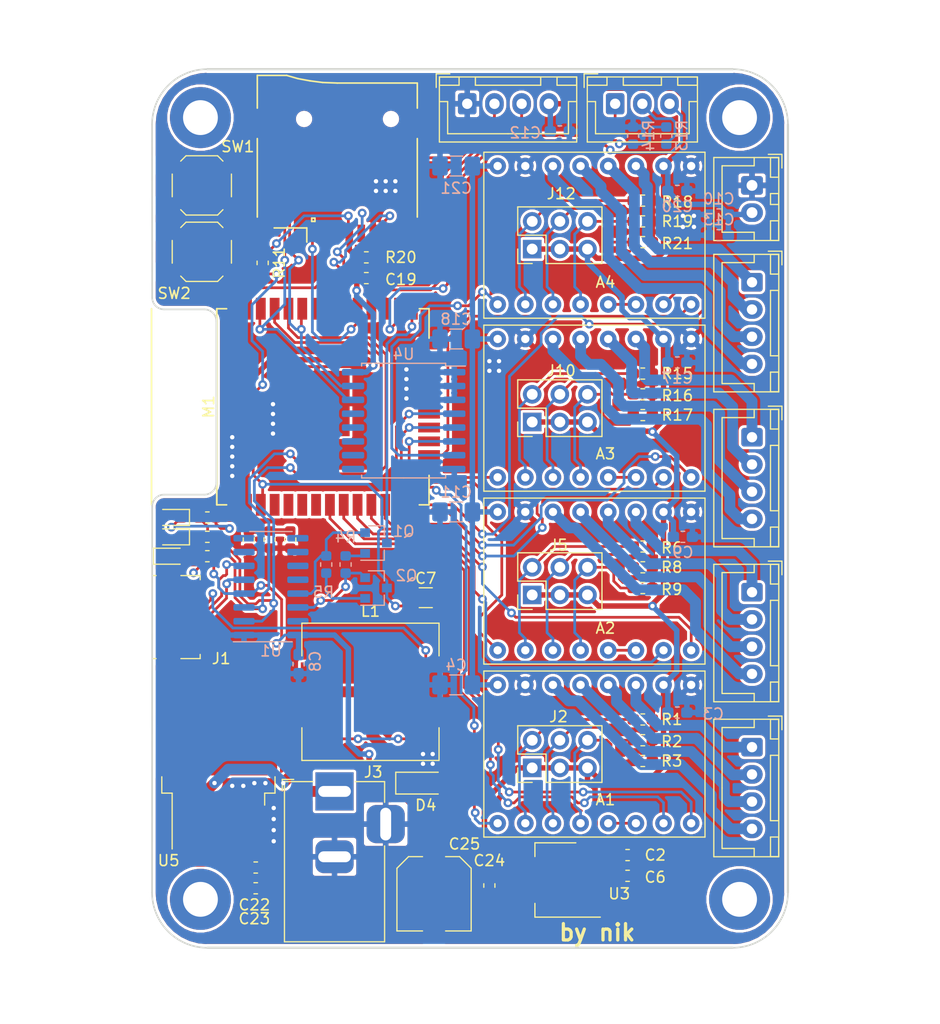
<source format=kicad_pcb>
(kicad_pcb (version 20171130) (host pcbnew 5.1.5)
  (layers (0 F.Cu signal) (31 B.Cu signal) (34 B.Paste user) (35 F.Paste user) (36 B.SilkS user) (37 F.SilkS user) (38 B.Mask user) (39 F.Mask user) (44 Edge.Cuts user))
  (net 0 "")
  (net 1 GND)
  (net 2 +3V3)
  (net 3 EN2)
  (net 4 STEP2)
  (net 5 DIR2)
  (net 6 EN3)
  (net 7 STEP3)
  (net 8 DIR3)
  (net 9 EN4)
  (net 10 STEP4)
  (net 11 DIR4)
  (net 12 +5V)
  (net 13 SDA)
  (net 14 SCL)
  (net 15 "Net-(A4-Pad11)")
  (net 16 "Net-(A2-Pad12)")
  (net 17 "Net-(A1-Pad11)")
  (net 18 "Net-(A1-Pad12)")
  (net 19 "Net-(A2-Pad10)")
  (net 20 "Net-(A3-Pad10)")
  (net 21 "Net-(A4-Pad10)")
  (net 22 "Net-(A2-Pad11)")
  (net 23 "Net-(A3-Pad11)")
  (net 24 "Net-(A4-Pad12)")
  (net 25 "Net-(A1-Pad10)")
  (net 26 "Net-(A3-Pad12)")
  (net 27 VIN)
  (net 28 "Net-(A4-Pad3)")
  (net 29 "Net-(A4-Pad4)")
  (net 30 "Net-(A4-Pad5)")
  (net 31 "Net-(A4-Pad13)")
  (net 32 "Net-(A4-Pad6)")
  (net 33 "Net-(A2-Pad13)")
  (net 34 "Net-(A2-Pad6)")
  (net 35 "Net-(A2-Pad5)")
  (net 36 "Net-(A2-Pad4)")
  (net 37 "Net-(A2-Pad3)")
  (net 38 "Net-(A3-Pad3)")
  (net 39 "Net-(A3-Pad4)")
  (net 40 "Net-(A3-Pad5)")
  (net 41 "Net-(A3-Pad13)")
  (net 42 "Net-(A3-Pad6)")
  (net 43 "Net-(A1-Pad13)")
  (net 44 "Net-(A1-Pad6)")
  (net 45 "Net-(A1-Pad5)")
  (net 46 "Net-(A1-Pad4)")
  (net 47 "Net-(A1-Pad3)")
  (net 48 EN)
  (net 49 VBUS)
  (net 50 "Net-(D1-Pad1)")
  (net 51 "Net-(D2-Pad1)")
  (net 52 "Net-(D3-Pad2)")
  (net 53 "Net-(D4-Pad1)")
  (net 54 "Net-(J1-Pad3)")
  (net 55 "Net-(J1-Pad2)")
  (net 56 M_CTR)
  (net 57 "Net-(J7-Pad2)")
  (net 58 S_TX)
  (net 59 IO23)
  (net 60 IO5)
  (net 61 IO18)
  (net 62 IO19)
  (net 63 USB_RX)
  (net 64 USB_TX)
  (net 65 S_RX)
  (net 66 IO0)
  (net 67 "Net-(Q1-Pad2)")
  (net 68 "Net-(Q1-Pad1)")
  (net 69 "Net-(Q2-Pad2)")
  (net 70 "Net-(Q2-Pad1)")
  (net 71 SW)
  (net 72 DIR1)
  (net 73 STEP1)
  (net 74 EN1)
  (module nik_things:Conn_uSDcard (layer F.Cu) (at 152.908 74.422 180)
    (fp_text reference J14)
    (fp_text value Micro_SD_Card)
    (pad 3 smd rect (at 0 -10.5 180) (size 0.7 1.6) (layers F.Cu F.Paste F.Mask) (net 1 GND))
    (pad "" np_thru_hole circle (at -4.93 0 180) (size 1 1) (drill 1) (layers *.Cu))
    (pad "" np_thru_hole circle (at 3.05 0 180) (size 1 1) (drill 1) (layers *.Cu))
    (pad 2 smd rect (at 1.1 -10.5 180) (size 0.7 1.6) (layers F.Cu F.Paste F.Mask) (net 59 IO23))
    (pad 1 smd rect (at 2.2 -10.5 180) (size 0.7 1.6) (layers F.Cu F.Paste F.Mask) (net 60 IO5))
    (pad 4 smd rect (at -1.1 -10.5 180) (size 0.7 1.6) (layers F.Cu F.Paste F.Mask) (net 2 +3V3))
    (pad 5 smd rect (at -2.2 -10.5 180) (size 0.7 1.6) (layers F.Cu F.Paste F.Mask) (net 61 IO18))
    (pad 6 smd rect (at -3.3 -10.5 180) (size 0.7 1.6) (layers F.Cu F.Paste F.Mask) (net 1 GND))
    (pad 8 smd rect (at -5.5 -10.5 180) (size 0.7 1.6) (layers F.Cu F.Paste F.Mask))
    (pad 7 smd rect (at -4.4 -10.5 180) (size 0.7 1.6) (layers F.Cu F.Paste F.Mask) (net 62 IO19))
    (pad 9 smd rect (at -6.6 -10.5 180) (size 0.7 1.6) (layers F.Cu F.Paste F.Mask))
    (pad 6 smd rect (at -7.75 -10 180) (size 1.2 1.4) (layers F.Cu F.Paste F.Mask) (net 1 GND))
    (pad 6 smd rect (at 6.85 -10 180) (size 1.6 1.4) (layers F.Cu F.Paste F.Mask) (net 1 GND))
    (pad 6 smd rect (at -7.75 -0.4 180) (size 1.2 2.2) (layers F.Cu F.Paste F.Mask) (net 1 GND))
    (pad 6 smd rect (at 7.75 -0.4 180) (size 1.2 2.2) (layers F.Cu F.Paste F.Mask) (net 1 GND))
  )
  (module Connector_PinHeader_2.54mm:PinHeader_2x03_P2.54mm_Vertical (layer F.Cu) (at 170.815 86.36 90)
    (fp_text reference J12 (at 5.08 2.667 180) (layer F.SilkS))
    (fp_text value Conn_02x03_Odd_Even)
    (pad 6 thru_hole oval (at 2.54 5.08 90) (size 1.7 1.7) (drill 1) (layers *.Cu *.Mask) (net 24 "Net-(A4-Pad12)"))
    (pad 5 thru_hole oval (at 0 5.08 90) (size 1.7 1.7) (drill 1) (layers *.Cu *.Mask) (net 12 +5V))
    (pad 4 thru_hole oval (at 2.54 2.54 90) (size 1.7 1.7) (drill 1) (layers *.Cu *.Mask) (net 15 "Net-(A4-Pad11)"))
    (pad 3 thru_hole oval (at 0 2.54 90) (size 1.7 1.7) (drill 1) (layers *.Cu *.Mask) (net 12 +5V))
    (pad 2 thru_hole oval (at 2.54 0 90) (size 1.7 1.7) (drill 1) (layers *.Cu *.Mask) (net 21 "Net-(A4-Pad10)"))
    (pad 1 thru_hole rect (at 0 0 90) (size 1.7 1.7) (drill 1) (layers *.Cu *.Mask) (net 12 +5V))
  )
  (module Connector_PinHeader_2.54mm:PinHeader_2x03_P2.54mm_Vertical (layer F.Cu) (at 170.815 102.235 90)
    (fp_text reference J10 (at 4.699 2.667 180) (layer F.SilkS))
    (fp_text value Conn_02x03_Odd_Even)
    (pad 6 thru_hole oval (at 2.54 5.08 90) (size 1.7 1.7) (drill 1) (layers *.Cu *.Mask) (net 26 "Net-(A3-Pad12)"))
    (pad 5 thru_hole oval (at 0 5.08 90) (size 1.7 1.7) (drill 1) (layers *.Cu *.Mask) (net 12 +5V))
    (pad 4 thru_hole oval (at 2.54 2.54 90) (size 1.7 1.7) (drill 1) (layers *.Cu *.Mask) (net 23 "Net-(A3-Pad11)"))
    (pad 3 thru_hole oval (at 0 2.54 90) (size 1.7 1.7) (drill 1) (layers *.Cu *.Mask) (net 12 +5V))
    (pad 2 thru_hole oval (at 2.54 0 90) (size 1.7 1.7) (drill 1) (layers *.Cu *.Mask) (net 20 "Net-(A3-Pad10)"))
    (pad 1 thru_hole rect (at 0 0 90) (size 1.7 1.7) (drill 1) (layers *.Cu *.Mask) (net 12 +5V))
  )
  (module Connector_PinHeader_2.54mm:PinHeader_2x03_P2.54mm_Vertical (layer F.Cu) (at 170.815 118.11 90)
    (fp_text reference J5 (at 4.572 2.413 180) (layer F.SilkS))
    (fp_text value Conn_02x03_Odd_Even)
    (pad 6 thru_hole oval (at 2.54 5.08 90) (size 1.7 1.7) (drill 1) (layers *.Cu *.Mask) (net 16 "Net-(A2-Pad12)"))
    (pad 5 thru_hole oval (at 0 5.08 90) (size 1.7 1.7) (drill 1) (layers *.Cu *.Mask) (net 12 +5V))
    (pad 4 thru_hole oval (at 2.54 2.54 90) (size 1.7 1.7) (drill 1) (layers *.Cu *.Mask) (net 22 "Net-(A2-Pad11)"))
    (pad 3 thru_hole oval (at 0 2.54 90) (size 1.7 1.7) (drill 1) (layers *.Cu *.Mask) (net 12 +5V))
    (pad 2 thru_hole oval (at 2.54 0 90) (size 1.7 1.7) (drill 1) (layers *.Cu *.Mask) (net 19 "Net-(A2-Pad10)"))
    (pad 1 thru_hole rect (at 0 0 90) (size 1.7 1.7) (drill 1) (layers *.Cu *.Mask) (net 12 +5V))
  )
  (module Connector_PinHeader_2.54mm:PinHeader_2x03_P2.54mm_Vertical (layer F.Cu) (at 170.815 133.985 90)
    (fp_text reference J2 (at 4.699 2.413 180) (layer F.SilkS))
    (fp_text value Conn_02x03_Odd_Even)
    (pad 6 thru_hole oval (at 2.54 5.08 90) (size 1.7 1.7) (drill 1) (layers *.Cu *.Mask) (net 18 "Net-(A1-Pad12)"))
    (pad 5 thru_hole oval (at 0 5.08 90) (size 1.7 1.7) (drill 1) (layers *.Cu *.Mask) (net 12 +5V))
    (pad 4 thru_hole oval (at 2.54 2.54 90) (size 1.7 1.7) (drill 1) (layers *.Cu *.Mask) (net 17 "Net-(A1-Pad11)"))
    (pad 3 thru_hole oval (at 0 2.54 90) (size 1.7 1.7) (drill 1) (layers *.Cu *.Mask) (net 12 +5V))
    (pad 2 thru_hole oval (at 2.54 0 90) (size 1.7 1.7) (drill 1) (layers *.Cu *.Mask) (net 25 "Net-(A1-Pad10)"))
    (pad 1 thru_hole rect (at 0 0 90) (size 1.7 1.7) (drill 1) (layers *.Cu *.Mask) (net 12 +5V))
  )
  (module Connector_JST:JST_XH_B4B-XH-A_1x04_P2.50mm_Vertical (layer F.Cu) (at 191.008 89.408 270)
    (fp_text reference J13 hide)
    (fp_text value Conn_01x04_Female)
    (pad 4 thru_hole oval (at 7.5 0 270) (size 1.7 1.95) (drill 0.95) (layers *.Cu *.Mask) (net 32 "Net-(A4-Pad6)"))
    (pad 3 thru_hole oval (at 5 0 270) (size 1.7 1.95) (drill 0.95) (layers *.Cu *.Mask) (net 30 "Net-(A4-Pad5)"))
    (pad 2 thru_hole oval (at 2.5 0 270) (size 1.7 1.95) (drill 0.95) (layers *.Cu *.Mask) (net 29 "Net-(A4-Pad4)"))
    (pad 1 thru_hole roundrect (at 0 0 270) (size 1.7 1.95) (drill 0.95) (layers *.Cu *.Mask) (roundrect_rratio 0.147059) (net 28 "Net-(A4-Pad3)"))
  )
  (module Connector_JST:JST_XH_B4B-XH-A_1x04_P2.50mm_Vertical (layer F.Cu) (at 191.008 117.856 270)
    (fp_text reference J9 hide)
    (fp_text value Conn_01x04_Female)
    (pad 4 thru_hole oval (at 7.5 0 270) (size 1.7 1.95) (drill 0.95) (layers *.Cu *.Mask) (net 34 "Net-(A2-Pad6)"))
    (pad 3 thru_hole oval (at 5 0 270) (size 1.7 1.95) (drill 0.95) (layers *.Cu *.Mask) (net 35 "Net-(A2-Pad5)"))
    (pad 2 thru_hole oval (at 2.5 0 270) (size 1.7 1.95) (drill 0.95) (layers *.Cu *.Mask) (net 36 "Net-(A2-Pad4)"))
    (pad 1 thru_hole roundrect (at 0 0 270) (size 1.7 1.95) (drill 0.95) (layers *.Cu *.Mask) (roundrect_rratio 0.147059) (net 37 "Net-(A2-Pad3)"))
  )
  (module Package_TO_SOT_SMD:TO-263-5_TabPin3 (layer F.Cu) (at 141.986 133.35 90)
    (fp_text reference U5 (at -9.144 -4.572 180) (layer F.SilkS))
    (fp_text value LM2596S-5)
    (pad 3 smd rect (at 3.375 0 90) (size 9.4 10.8) (layers F.Cu F.Mask) (net 1 GND))
    (pad 5 smd rect (at -5.775 3.4 90) (size 4.6 1.1) (layers F.Cu F.Paste F.Mask))
    (pad 4 smd rect (at -5.775 1.7 90) (size 4.6 1.1) (layers F.Cu F.Paste F.Mask) (net 12 +5V))
    (pad 3 smd rect (at -5.775 0 90) (size 4.6 1.1) (layers F.Cu F.Paste F.Mask) (net 1 GND))
    (pad 2 smd rect (at -5.775 -1.7 90) (size 4.6 1.1) (layers F.Cu F.Paste F.Mask) (net 53 "Net-(D4-Pad1)"))
    (pad 1 smd rect (at -5.775 -3.4 90) (size 4.6 1.1) (layers F.Cu F.Paste F.Mask) (net 49 VBUS))
  )
  (module Package_SO:SOIC-16W_7.5x10.3mm_P1.27mm (layer B.Cu) (at 159.004 102.108 180)
    (fp_text reference U4 (at 0 6.1) (layer B.SilkS) (effects (justify mirror)))
    (fp_text value PCF8574)
    (pad 16 smd roundrect (at 4.65 4.445 180) (size 2.05 0.6) (layers B.Cu B.Paste B.Mask) (net 2 +3V3))
    (pad 15 smd roundrect (at 4.65 3.175 180) (size 2.05 0.6) (layers B.Cu B.Paste B.Mask) (net 13 SDA))
    (pad 14 smd roundrect (at 4.65 1.905 180) (size 2.05 0.6) (layers B.Cu B.Paste B.Mask) (net 14 SCL))
    (pad 13 smd roundrect (at 4.65 0.635 180) (size 2.05 0.6) (layers B.Cu B.Paste B.Mask))
    (pad 12 smd roundrect (at 4.65 -0.635 180) (size 2.05 0.6) (layers B.Cu B.Paste B.Mask))
    (pad 11 smd roundrect (at 4.65 -1.905 180) (size 2.05 0.6) (layers B.Cu B.Paste B.Mask))
    (pad 10 smd roundrect (at 4.65 -3.175 180) (size 2.05 0.6) (layers B.Cu B.Paste B.Mask))
    (pad 9 smd roundrect (at 4.65 -4.445 180) (size 2.05 0.6) (layers B.Cu B.Paste B.Mask))
    (pad 8 smd roundrect (at -4.65 -4.445 180) (size 2.05 0.6) (layers B.Cu B.Paste B.Mask) (net 1 GND))
    (pad 7 smd roundrect (at -4.65 -3.175 180) (size 2.05 0.6) (layers B.Cu B.Paste B.Mask) (net 9 EN4))
    (pad 6 smd roundrect (at -4.65 -1.905 180) (size 2.05 0.6) (layers B.Cu B.Paste B.Mask) (net 6 EN3))
    (pad 5 smd roundrect (at -4.65 -0.635 180) (size 2.05 0.6) (layers B.Cu B.Paste B.Mask) (net 3 EN2))
    (pad 4 smd roundrect (at -4.65 0.635 180) (size 2.05 0.6) (layers B.Cu B.Paste B.Mask) (net 74 EN1))
    (pad 3 smd roundrect (at -4.65 1.905 180) (size 2.05 0.6) (layers B.Cu B.Paste B.Mask) (net 1 GND))
    (pad 2 smd roundrect (at -4.65 3.175 180) (size 2.05 0.6) (layers B.Cu B.Paste B.Mask) (net 1 GND))
    (pad 1 smd roundrect (at -4.65 4.445 180) (size 2.05 0.6) (layers B.Cu B.Paste B.Mask) (net 1 GND))
  )
  (module Package_TO_SOT_SMD:SOT-223-3_TabPin2 (layer F.Cu) (at 172.974 144.272 180)
    (fp_text reference U3 (at -5.842 -1.27) (layer F.SilkS))
    (fp_text value AMS1117-3.3)
    (pad 1 smd rect (at -3.15 -2.3 180) (size 2 1.5) (layers F.Cu F.Paste F.Mask) (net 1 GND))
    (pad 3 smd rect (at -3.15 2.3 180) (size 2 1.5) (layers F.Cu F.Paste F.Mask) (net 12 +5V))
    (pad 2 smd rect (at -3.15 0 180) (size 2 1.5) (layers F.Cu F.Paste F.Mask) (net 2 +3V3))
    (pad 2 smd rect (at 3.15 0 180) (size 2 3.8) (layers F.Cu F.Paste F.Mask) (net 2 +3V3))
  )
  (module Package_SO:SOIC-16_3.9x9.9mm_P1.27mm (layer B.Cu) (at 146.812 117.348)
    (fp_text reference U1 (at 0 5.9) (layer B.SilkS) (effects (justify mirror)))
    (fp_text value CH340G)
    (pad 16 smd roundrect (at 2.475 4.445) (size 1.95 0.6) (layers B.Cu B.Paste B.Mask) (net 2 +3V3))
    (pad 15 smd roundrect (at 2.475 3.175) (size 1.95 0.6) (layers B.Cu B.Paste B.Mask))
    (pad 14 smd roundrect (at 2.475 1.905) (size 1.95 0.6) (layers B.Cu B.Paste B.Mask) (net 69 "Net-(Q2-Pad2)"))
    (pad 13 smd roundrect (at 2.475 0.635) (size 1.95 0.6) (layers B.Cu B.Paste B.Mask) (net 67 "Net-(Q1-Pad2)"))
    (pad 12 smd roundrect (at 2.475 -0.635) (size 1.95 0.6) (layers B.Cu B.Paste B.Mask))
    (pad 11 smd roundrect (at 2.475 -1.905) (size 1.95 0.6) (layers B.Cu B.Paste B.Mask))
    (pad 10 smd roundrect (at 2.475 -3.175) (size 1.95 0.6) (layers B.Cu B.Paste B.Mask))
    (pad 9 smd roundrect (at 2.475 -4.445) (size 1.95 0.6) (layers B.Cu B.Paste B.Mask))
    (pad 8 smd roundrect (at -2.475 -4.445) (size 1.95 0.6) (layers B.Cu B.Paste B.Mask))
    (pad 7 smd roundrect (at -2.475 -3.175) (size 1.95 0.6) (layers B.Cu B.Paste B.Mask))
    (pad 6 smd roundrect (at -2.475 -1.905) (size 1.95 0.6) (layers B.Cu B.Paste B.Mask) (net 55 "Net-(J1-Pad2)"))
    (pad 5 smd roundrect (at -2.475 -0.635) (size 1.95 0.6) (layers B.Cu B.Paste B.Mask) (net 54 "Net-(J1-Pad3)"))
    (pad 4 smd roundrect (at -2.475 0.635) (size 1.95 0.6) (layers B.Cu B.Paste B.Mask) (net 2 +3V3))
    (pad 3 smd roundrect (at -2.475 1.905) (size 1.95 0.6) (layers B.Cu B.Paste B.Mask) (net 63 USB_RX))
    (pad 2 smd roundrect (at -2.475 3.175) (size 1.95 0.6) (layers B.Cu B.Paste B.Mask) (net 64 USB_TX))
    (pad 1 smd roundrect (at -2.475 4.445) (size 1.95 0.6) (layers B.Cu B.Paste B.Mask) (net 1 GND))
  )
  (module Button_Switch_SMD:SW_SPST_SKQG_WithoutStem (layer F.Cu) (at 140.462 86.614)
    (fp_text reference SW2 (at -2.54 3.81) (layer F.SilkS))
    (fp_text value SW_Push)
    (pad 2 smd rect (at 3.1 1.85) (size 1.8 1.1) (layers F.Cu F.Paste F.Mask) (net 48 EN))
    (pad 2 smd rect (at -3.1 1.85) (size 1.8 1.1) (layers F.Cu F.Paste F.Mask) (net 48 EN))
    (pad 1 smd rect (at 3.1 -1.85) (size 1.8 1.1) (layers F.Cu F.Paste F.Mask) (net 1 GND))
    (pad 1 smd rect (at -3.1 -1.85) (size 1.8 1.1) (layers F.Cu F.Paste F.Mask) (net 1 GND))
  )
  (module Button_Switch_SMD:SW_SPST_SKQG_WithoutStem (layer F.Cu) (at 140.462 80.518)
    (fp_text reference SW1 (at 3.302 -3.556) (layer F.SilkS))
    (fp_text value SW_Push)
    (pad 2 smd rect (at 3.1 1.85) (size 1.8 1.1) (layers F.Cu F.Paste F.Mask) (net 71 SW))
    (pad 2 smd rect (at -3.1 1.85) (size 1.8 1.1) (layers F.Cu F.Paste F.Mask) (net 71 SW))
    (pad 1 smd rect (at 3.1 -1.85) (size 1.8 1.1) (layers F.Cu F.Paste F.Mask) (net 1 GND))
    (pad 1 smd rect (at -3.1 -1.85) (size 1.8 1.1) (layers F.Cu F.Paste F.Mask) (net 1 GND))
  )
  (module Resistor_SMD:R_0603_1608Metric_Pad1.05x0.95mm_HandSolder (layer F.Cu) (at 180.975 85.725)
    (fp_text reference R21 (at 3.175 0.127) (layer F.SilkS))
    (fp_text value 1k)
    (pad 2 smd roundrect (at 0.875 0) (size 1.05 0.95) (layers F.Cu F.Paste F.Mask) (net 1 GND))
    (pad 1 smd roundrect (at -0.875 0) (size 1.05 0.95) (layers F.Cu F.Paste F.Mask) (net 24 "Net-(A4-Pad12)"))
  )
  (module Resistor_SMD:R_0603_1608Metric_Pad1.05x0.95mm_HandSolder (layer F.Cu) (at 155.575 87.122)
    (fp_text reference R20 (at 3.175 0) (layer F.SilkS))
    (fp_text value 10k)
    (pad 2 smd roundrect (at 0.875 0) (size 1.05 0.95) (layers F.Cu F.Paste F.Mask) (net 62 IO19))
    (pad 1 smd roundrect (at -0.875 0) (size 1.05 0.95) (layers F.Cu F.Paste F.Mask) (net 2 +3V3))
  )
  (module Resistor_SMD:R_0603_1608Metric_Pad1.05x0.95mm_HandSolder (layer F.Cu) (at 180.975 83.82)
    (fp_text reference R19 (at 3.175 0) (layer F.SilkS))
    (fp_text value 1k)
    (pad 2 smd roundrect (at 0.875 0) (size 1.05 0.95) (layers F.Cu F.Paste F.Mask) (net 1 GND))
    (pad 1 smd roundrect (at -0.875 0) (size 1.05 0.95) (layers F.Cu F.Paste F.Mask) (net 15 "Net-(A4-Pad11)"))
  )
  (module Resistor_SMD:R_0603_1608Metric_Pad1.05x0.95mm_HandSolder (layer F.Cu) (at 180.975 101.6)
    (fp_text reference R17 (at 3.175 0) (layer F.SilkS))
    (fp_text value 1k)
    (pad 2 smd roundrect (at 0.875 0) (size 1.05 0.95) (layers F.Cu F.Paste F.Mask) (net 1 GND))
    (pad 1 smd roundrect (at -0.875 0) (size 1.05 0.95) (layers F.Cu F.Paste F.Mask) (net 26 "Net-(A3-Pad12)"))
  )
  (module Resistor_SMD:R_0603_1608Metric_Pad1.05x0.95mm_HandSolder (layer F.Cu) (at 180.975 97.79)
    (fp_text reference R15 (at 3.175 0) (layer F.SilkS))
    (fp_text value 1k)
    (pad 2 smd roundrect (at 0.875 0) (size 1.05 0.95) (layers F.Cu F.Paste F.Mask) (net 1 GND))
    (pad 1 smd roundrect (at -0.875 0) (size 1.05 0.95) (layers F.Cu F.Paste F.Mask) (net 20 "Net-(A3-Pad10)"))
  )
  (module Resistor_SMD:R_0603_1608Metric (layer B.Cu) (at 180.086 75.946 90)
    (fp_text reference R14 (at 0 1.43 -90) (layer B.SilkS) (effects (justify mirror)))
    (fp_text value 20k)
    (pad 2 smd roundrect (at 0.7875 0 90) (size 0.875 0.95) (layers B.Cu B.Paste B.Mask) (net 1 GND))
    (pad 1 smd roundrect (at -0.7875 0 90) (size 0.875 0.95) (layers B.Cu B.Paste B.Mask) (net 65 S_RX))
  )
  (module Resistor_SMD:R_0603_1608Metric (layer B.Cu) (at 183.134 75.946 90)
    (fp_text reference R13 (at 0 1.43 90) (layer B.SilkS) (effects (justify mirror)))
    (fp_text value 10k)
    (pad 2 smd roundrect (at 0.7875 0 90) (size 0.875 0.95) (layers B.Cu B.Paste B.Mask) (net 65 S_RX))
    (pad 1 smd roundrect (at -0.7875 0 90) (size 0.875 0.95) (layers B.Cu B.Paste B.Mask) (net 57 "Net-(J7-Pad2)"))
  )
  (module Resistor_SMD:R_0603_1608Metric (layer F.Cu) (at 140.97 114.554 180)
    (fp_text reference R12 hide)
    (fp_text value 1.5k)
    (pad 2 smd roundrect (at 0.7875 0 180) (size 0.875 0.95) (layers F.Cu F.Paste F.Mask) (net 52 "Net-(D3-Pad2)"))
    (pad 1 smd roundrect (at -0.7875 0 180) (size 0.875 0.95) (layers F.Cu F.Paste F.Mask) (net 2 +3V3))
  )
  (module Resistor_SMD:R_0603_1608Metric (layer F.Cu) (at 146.05 87.63 270)
    (fp_text reference R11 (at 0 -1.524 90) (layer F.SilkS))
    (fp_text value 10k)
    (pad 2 smd roundrect (at 0.7875 0 270) (size 0.875 0.95) (layers F.Cu F.Paste F.Mask) (net 48 EN))
    (pad 1 smd roundrect (at -0.7875 0 270) (size 0.875 0.95) (layers F.Cu F.Paste F.Mask) (net 2 +3V3))
  )
  (module Resistor_SMD:R_0603_1608Metric (layer F.Cu) (at 140.97 112.776 180)
    (fp_text reference R10 hide)
    (fp_text value 1k)
    (pad 2 smd roundrect (at 0.7875 0 180) (size 0.875 0.95) (layers F.Cu F.Paste F.Mask) (net 51 "Net-(D2-Pad1)"))
    (pad 1 smd roundrect (at -0.7875 0 180) (size 0.875 0.95) (layers F.Cu F.Paste F.Mask) (net 64 USB_TX))
  )
  (module Resistor_SMD:R_0603_1608Metric (layer F.Cu) (at 140.97 110.998)
    (fp_text reference R7 hide)
    (fp_text value 1k)
    (pad 2 smd roundrect (at 0.7875 0) (size 0.875 0.95) (layers F.Cu F.Paste F.Mask) (net 50 "Net-(D1-Pad1)"))
    (pad 1 smd roundrect (at -0.7875 0) (size 0.875 0.95) (layers F.Cu F.Paste F.Mask) (net 63 USB_RX))
  )
  (module Resistor_SMD:R_0603_1608Metric (layer B.Cu) (at 151.892 115.316 90)
    (fp_text reference R5 (at -2.54 -0.254) (layer B.SilkS) (effects (justify mirror)))
    (fp_text value 12k)
    (pad 2 smd roundrect (at 0.7875 0 90) (size 0.875 0.95) (layers B.Cu B.Paste B.Mask) (net 67 "Net-(Q1-Pad2)"))
    (pad 1 smd roundrect (at -0.7875 0 90) (size 0.875 0.95) (layers B.Cu B.Paste B.Mask) (net 70 "Net-(Q2-Pad1)"))
  )
  (module Resistor_SMD:R_0603_1608Metric (layer B.Cu) (at 153.67 115.316 270)
    (fp_text reference R4 (at -2.54 0) (layer B.SilkS) (effects (justify mirror)))
    (fp_text value 12k)
    (pad 2 smd roundrect (at 0.7875 0 270) (size 0.875 0.95) (layers B.Cu B.Paste B.Mask) (net 69 "Net-(Q2-Pad2)"))
    (pad 1 smd roundrect (at -0.7875 0 270) (size 0.875 0.95) (layers B.Cu B.Paste B.Mask) (net 68 "Net-(Q1-Pad1)"))
  )
  (module Resistor_SMD:R_0603_1608Metric_Pad1.05x0.95mm_HandSolder (layer F.Cu) (at 180.975 133.35)
    (fp_text reference R3 (at 2.667 0) (layer F.SilkS))
    (fp_text value 1k)
    (pad 2 smd roundrect (at 0.875 0) (size 1.05 0.95) (layers F.Cu F.Paste F.Mask) (net 1 GND))
    (pad 1 smd roundrect (at -0.875 0) (size 1.05 0.95) (layers F.Cu F.Paste F.Mask) (net 18 "Net-(A1-Pad12)"))
  )
  (module Resistor_SMD:R_0603_1608Metric_Pad1.05x0.95mm_HandSolder (layer F.Cu) (at 180.975 131.445)
    (fp_text reference R2 (at 2.667 0.127) (layer F.SilkS))
    (fp_text value 1k)
    (pad 2 smd roundrect (at 0.875 0) (size 1.05 0.95) (layers F.Cu F.Paste F.Mask) (net 1 GND))
    (pad 1 smd roundrect (at -0.875 0) (size 1.05 0.95) (layers F.Cu F.Paste F.Mask) (net 17 "Net-(A1-Pad11)"))
  )
  (module Package_TO_SOT_SMD:SOT-23 (layer B.Cu) (at 156.464 117.475)
    (fp_text reference Q2 (at 2.794 -1.143) (layer B.SilkS) (effects (justify mirror)))
    (fp_text value 2N7002)
    (pad 3 smd rect (at 1 0) (size 0.9 0.8) (layers B.Cu B.Paste B.Mask) (net 48 EN))
    (pad 2 smd rect (at -1 -0.95) (size 0.9 0.8) (layers B.Cu B.Paste B.Mask) (net 69 "Net-(Q2-Pad2)"))
    (pad 1 smd rect (at -1 0.95) (size 0.9 0.8) (layers B.Cu B.Paste B.Mask) (net 70 "Net-(Q2-Pad1)"))
  )
  (module Package_TO_SOT_SMD:SOT-23 (layer B.Cu) (at 156.464 113.345)
    (fp_text reference Q1 (at 2.54 -1.077) (layer B.SilkS) (effects (justify mirror)))
    (fp_text value 2N7002)
    (pad 3 smd rect (at 1 0) (size 0.9 0.8) (layers B.Cu B.Paste B.Mask) (net 66 IO0))
    (pad 2 smd rect (at -1 -0.95) (size 0.9 0.8) (layers B.Cu B.Paste B.Mask) (net 67 "Net-(Q1-Pad2)"))
    (pad 1 smd rect (at -1 0.95) (size 0.9 0.8) (layers B.Cu B.Paste B.Mask) (net 68 "Net-(Q1-Pad1)"))
  )
  (module MountingHole:MountingHole_3.2mm_M3_DIN965_Pad (layer F.Cu) (at 189.865 146.05)
    (fp_text reference MH4 hide)
    (fp_text value MountingHole)
    (pad 1 thru_hole circle (at 0 0) (size 5.6 5.6) (drill 3.2) (layers *.Cu *.Mask))
  )
  (module MountingHole:MountingHole_3.2mm_M3_DIN965_Pad (layer F.Cu) (at 140.335 146.05)
    (fp_text reference MH3 hide)
    (fp_text value MountingHole)
    (pad 1 thru_hole circle (at 0 0) (size 5.6 5.6) (drill 3.2) (layers *.Cu *.Mask))
  )
  (module MountingHole:MountingHole_3.2mm_M3_DIN965_Pad (layer F.Cu) (at 189.865 74.295)
    (fp_text reference MH2 hide)
    (fp_text value MountingHole)
    (pad 1 thru_hole circle (at 0 0) (size 5.6 5.6) (drill 3.2) (layers *.Cu *.Mask))
  )
  (module MountingHole:MountingHole_3.2mm_M3_DIN965_Pad (layer F.Cu) (at 140.335 74.295)
    (fp_text reference MH1 hide)
    (fp_text value MountingHole)
    (pad 1 thru_hole circle (at 0 0) (size 5.6 5.6) (drill 3.2) (layers *.Cu *.Mask))
  )
  (module Z_ESP32:ESP-32S (layer F.Cu) (at 148.59 100.838 90)
    (fp_text reference M1 (at 0 -7.5 90) (layer F.SilkS))
    (fp_text value ESP-32S)
    (pad 1 smd rect (at 0.3 2.45 180) (size 6 6) (layers F.Cu F.Paste F.Mask) (net 1 GND))
    (pad 24 smd rect (at 5.715 12.75 180) (size 2 0.9) (layers F.Cu F.Paste F.Mask))
    (pad 23 smd rect (at 4.445 12.75 180) (size 2 0.9) (layers F.Cu F.Paste F.Mask))
    (pad 22 smd rect (at 3.175 12.75 180) (size 2 0.9) (layers F.Cu F.Paste F.Mask))
    (pad 21 smd rect (at 1.905 12.75 180) (size 2 0.9) (layers F.Cu F.Paste F.Mask))
    (pad 20 smd rect (at 0.635 12.75 180) (size 2 0.9) (layers F.Cu F.Paste F.Mask))
    (pad 19 smd rect (at -0.635 12.75 180) (size 2 0.9) (layers F.Cu F.Paste F.Mask))
    (pad 18 smd rect (at -1.905 12.75 180) (size 2 0.9) (layers F.Cu F.Paste F.Mask))
    (pad 17 smd rect (at -3.175 12.75 180) (size 2 0.9) (layers F.Cu F.Paste F.Mask))
    (pad 16 smd rect (at -4.43 12.75 180) (size 2 0.9) (layers F.Cu F.Paste F.Mask) (net 11 DIR4))
    (pad 15 smd rect (at -5.715 12.75 180) (size 2 0.9) (layers F.Cu F.Paste F.Mask) (net 1 GND))
    (pad 37 smd rect (at 9 -3.98 90) (size 2 0.9) (layers F.Cu F.Paste F.Mask) (net 59 IO23))
    (pad 36 smd rect (at 9 -2.71 90) (size 2 0.9) (layers F.Cu F.Paste F.Mask) (net 14 SCL))
    (pad 35 smd rect (at 9 -1.44 90) (size 2 0.9) (layers F.Cu F.Paste F.Mask) (net 63 USB_RX))
    (pad 34 smd rect (at 9 -0.17 90) (size 2 0.9) (layers F.Cu F.Paste F.Mask) (net 64 USB_TX))
    (pad 33 smd rect (at 9 1.1 90) (size 2 0.9) (layers F.Cu F.Paste F.Mask) (net 13 SDA))
    (pad 32 smd rect (at 9 2.37 90) (size 2 0.9) (layers F.Cu F.Paste F.Mask))
    (pad 31 smd rect (at 9 3.64 90) (size 2 0.9) (layers F.Cu F.Paste F.Mask) (net 62 IO19))
    (pad 30 smd rect (at 9 4.91 90) (size 2 0.9) (layers F.Cu F.Paste F.Mask) (net 61 IO18))
    (pad 29 smd rect (at 9 6.18 90) (size 2 0.9) (layers F.Cu F.Paste F.Mask) (net 60 IO5))
    (pad 28 smd rect (at 9 7.45 90) (size 2 0.9) (layers F.Cu F.Paste F.Mask) (net 58 S_TX))
    (pad 27 smd rect (at 9 8.72 90) (size 2 0.9) (layers F.Cu F.Paste F.Mask) (net 65 S_RX))
    (pad 26 smd rect (at 9 9.99 90) (size 2 0.9) (layers F.Cu F.Paste F.Mask) (net 56 M_CTR))
    (pad 25 smd rect (at 9 11.26 90) (size 2 0.9) (layers F.Cu F.Paste F.Mask) (net 66 IO0))
    (pad 38 smd rect (at 9 -5.25 90) (size 2 0.9) (layers F.Cu F.Paste F.Mask) (net 1 GND))
    (pad 14 smd rect (at -9 11.26 90) (size 2 0.9) (layers F.Cu F.Paste F.Mask) (net 10 STEP4))
    (pad 13 smd rect (at -9 9.99 90) (size 2 0.9) (layers F.Cu F.Paste F.Mask) (net 8 DIR3))
    (pad 12 smd rect (at -9 8.72 90) (size 2 0.9) (layers F.Cu F.Paste F.Mask) (net 7 STEP3))
    (pad 11 smd rect (at -9 7.45 90) (size 2 0.9) (layers F.Cu F.Paste F.Mask) (net 5 DIR2))
    (pad 10 smd rect (at -9 6.18 90) (size 2 0.9) (layers F.Cu F.Paste F.Mask) (net 4 STEP2))
    (pad 9 smd rect (at -9 4.91 90) (size 2 0.9) (layers F.Cu F.Paste F.Mask) (net 72 DIR1))
    (pad 8 smd rect (at -9 3.64 90) (size 2 0.9) (layers F.Cu F.Paste F.Mask) (net 73 STEP1))
    (pad 7 smd rect (at -9 2.37 90) (size 2 0.9) (layers F.Cu F.Paste F.Mask))
    (pad 6 smd rect (at -9 1.1 90) (size 2 0.9) (layers F.Cu F.Paste F.Mask))
    (pad 5 smd rect (at -9 -0.17 90) (size 2 0.9) (layers F.Cu F.Paste F.Mask))
    (pad 4 smd rect (at -9 -1.44 90) (size 2 0.9) (layers F.Cu F.Paste F.Mask))
    (pad 3 smd rect (at -9 -2.71 90) (size 2 0.9) (layers F.Cu F.Paste F.Mask) (net 48 EN))
    (pad 2 smd rect (at -9 -3.98 90) (size 2 0.9) (layers F.Cu F.Paste F.Mask) (net 2 +3V3))
    (pad 1 smd rect (at -9 -5.25 90) (size 2 0.9) (layers F.Cu F.Paste F.Mask) (net 1 GND))
  )
  (module Inductor_SMD:L_12x12mm_H8mm (layer F.Cu) (at 155.956 127)
    (fp_text reference L1 (at 0 -7.4) (layer F.SilkS))
    (fp_text value 33uH)
    (pad 2 smd rect (at 4.95 0) (size 2.9 5.4) (layers F.Cu F.Paste F.Mask) (net 12 +5V))
    (pad 1 smd rect (at -4.95 0) (size 2.9 5.4) (layers F.Cu F.Paste F.Mask) (net 53 "Net-(D4-Pad1)"))
  )
  (module Connector_JST:JST_XH_B4B-XH-A_1x04_P2.50mm_Vertical (layer F.Cu) (at 191.008 103.632 270)
    (fp_text reference J11 hide)
    (fp_text value Conn_01x04_Female)
    (pad 4 thru_hole oval (at 7.5 0 270) (size 1.7 1.95) (drill 0.95) (layers *.Cu *.Mask) (net 42 "Net-(A3-Pad6)"))
    (pad 3 thru_hole oval (at 5 0 270) (size 1.7 1.95) (drill 0.95) (layers *.Cu *.Mask) (net 40 "Net-(A3-Pad5)"))
    (pad 2 thru_hole oval (at 2.5 0 270) (size 1.7 1.95) (drill 0.95) (layers *.Cu *.Mask) (net 39 "Net-(A3-Pad4)"))
    (pad 1 thru_hole roundrect (at 0 0 270) (size 1.7 1.95) (drill 0.95) (layers *.Cu *.Mask) (roundrect_rratio 0.147059) (net 38 "Net-(A3-Pad3)"))
  )
  (module Connector_JST:JST_XH_B2B-XH-A_1x02_P2.50mm_Vertical (layer F.Cu) (at 191.008 80.518 270)
    (fp_text reference J8 hide)
    (fp_text value Conn_01x02_Female)
    (pad 2 thru_hole oval (at 2.5 0 270) (size 1.7 2) (drill 1) (layers *.Cu *.Mask) (net 12 +5V))
    (pad 1 thru_hole roundrect (at 0 0 270) (size 1.7 2) (drill 1) (layers *.Cu *.Mask) (roundrect_rratio 0.147059) (net 1 GND))
  )
  (module Connector_JST:JST_XH_B3B-XH-A_1x03_P2.50mm_Vertical (layer F.Cu) (at 178.435 73.025)
    (fp_text reference J7 hide)
    (fp_text value Conn_01x03_Female)
    (pad 3 thru_hole oval (at 5 0) (size 1.7 1.95) (drill 0.95) (layers *.Cu *.Mask) (net 56 M_CTR))
    (pad 2 thru_hole oval (at 2.5 0) (size 1.7 1.95) (drill 0.95) (layers *.Cu *.Mask) (net 57 "Net-(J7-Pad2)"))
    (pad 1 thru_hole roundrect (at 0 0) (size 1.7 1.95) (drill 0.95) (layers *.Cu *.Mask) (roundrect_rratio 0.147059) (net 58 S_TX))
  )
  (module Connector_JST:JST_XH_B4B-XH-A_1x04_P2.50mm_Vertical (layer F.Cu) (at 164.846 73.025)
    (fp_text reference J6 hide)
    (fp_text value Conn_01x04_Female)
    (pad 4 thru_hole oval (at 7.5 0) (size 1.7 1.95) (drill 0.95) (layers *.Cu *.Mask) (net 12 +5V))
    (pad 3 thru_hole oval (at 5 0) (size 1.7 1.95) (drill 0.95) (layers *.Cu *.Mask) (net 13 SDA))
    (pad 2 thru_hole oval (at 2.5 0) (size 1.7 1.95) (drill 0.95) (layers *.Cu *.Mask) (net 14 SCL))
    (pad 1 thru_hole roundrect (at 0 0) (size 1.7 1.95) (drill 0.95) (layers *.Cu *.Mask) (roundrect_rratio 0.147059) (net 1 GND))
  )
  (module Connector_JST:JST_XH_B4B-XH-A_1x04_P2.50mm_Vertical (layer F.Cu) (at 191.008 132.08 270)
    (fp_text reference J4 hide)
    (fp_text value Conn_01x04_Female)
    (pad 4 thru_hole oval (at 7.5 0 270) (size 1.7 1.95) (drill 0.95) (layers *.Cu *.Mask) (net 44 "Net-(A1-Pad6)"))
    (pad 3 thru_hole oval (at 5 0 270) (size 1.7 1.95) (drill 0.95) (layers *.Cu *.Mask) (net 45 "Net-(A1-Pad5)"))
    (pad 2 thru_hole oval (at 2.5 0 270) (size 1.7 1.95) (drill 0.95) (layers *.Cu *.Mask) (net 46 "Net-(A1-Pad4)"))
    (pad 1 thru_hole roundrect (at 0 0 270) (size 1.7 1.95) (drill 0.95) (layers *.Cu *.Mask) (roundrect_rratio 0.147059) (net 47 "Net-(A1-Pad3)"))
  )
  (module Connector_BarrelJack:BarrelJack_Horizontal (layer F.Cu) (at 152.654 136.144 90)
    (fp_text reference J3 (at 1.778 3.556 180) (layer F.SilkS))
    (fp_text value Barrel_Jack)
    (pad 3 thru_hole roundrect (at -3 4.7 90) (size 3.5 3.5) (drill oval 3 1) (layers *.Cu *.Mask) (net 1 GND))
    (pad 2 thru_hole roundrect (at -6 0 90) (size 3 3.5) (drill oval 1 3) (layers *.Cu *.Mask) (net 1 GND))
    (pad 1 thru_hole rect (at 0 0 90) (size 3.5 3.5) (drill oval 1 3) (layers *.Cu *.Mask) (net 49 VBUS))
  )
  (module Connector_USB:USB_Micro-B_Molex_47346-0001 (layer F.Cu) (at 138.6 120.142 270)
    (fp_text reference J1 (at 3.81 -3.64) (layer F.SilkS))
    (fp_text value USB_B_Micro)
    (pad 6 smd rect (at 0.84 1.2 270) (size 1.175 1.9) (layers F.Cu F.Paste F.Mask) (net 1 GND))
    (pad 6 smd rect (at -0.84 1.2 270) (size 1.175 1.9) (layers F.Cu F.Paste F.Mask) (net 1 GND))
    (pad 6 smd rect (at 2.91 1.2 270) (size 2.375 1.9) (layers F.Cu F.Paste F.Mask) (net 1 GND))
    (pad 6 smd rect (at -2.91 1.2 270) (size 2.375 1.9) (layers F.Cu F.Paste F.Mask) (net 1 GND))
    (pad 6 smd rect (at 2.4625 -1.1 270) (size 1.475 2.1) (layers F.Cu F.Paste F.Mask) (net 1 GND))
    (pad 6 smd rect (at -2.4625 -1.1 270) (size 1.475 2.1) (layers F.Cu F.Paste F.Mask) (net 1 GND))
    (pad 5 smd rect (at 1.3 -1.46 270) (size 0.45 1.38) (layers F.Cu F.Paste F.Mask) (net 1 GND))
    (pad 4 smd rect (at 0.65 -1.46 270) (size 0.45 1.38) (layers F.Cu F.Paste F.Mask))
    (pad 3 smd rect (at 0 -1.46 270) (size 0.45 1.38) (layers F.Cu F.Paste F.Mask) (net 54 "Net-(J1-Pad3)"))
    (pad 2 smd rect (at -0.65 -1.46 270) (size 0.45 1.38) (layers F.Cu F.Paste F.Mask) (net 55 "Net-(J1-Pad2)"))
    (pad 1 smd rect (at -1.3 -1.46 270) (size 0.45 1.38) (layers F.Cu F.Paste F.Mask) (net 12 +5V))
  )
  (module Diode_SMD:D_SOD-123 (layer F.Cu) (at 160.528 135.382)
    (fp_text reference D4 (at 0.508 2.032) (layer F.SilkS))
    (fp_text value 1N5819)
    (pad 2 smd rect (at 1.65 0) (size 0.9 1.2) (layers F.Cu F.Paste F.Mask) (net 1 GND))
    (pad 1 smd rect (at -1.65 0) (size 0.9 1.2) (layers F.Cu F.Paste F.Mask) (net 53 "Net-(D4-Pad1)"))
  )
  (module LED_SMD:LED_0603_1608Metric_Pad1.05x0.95mm_HandSolder (layer F.Cu) (at 137.668 114.554)
    (fp_text reference D3 hide)
    (fp_text value LED)
    (pad 2 smd roundrect (at 0.875 0) (size 1.05 0.95) (layers F.Cu F.Paste F.Mask) (net 52 "Net-(D3-Pad2)"))
    (pad 1 smd roundrect (at -0.875 0) (size 1.05 0.95) (layers F.Cu F.Paste F.Mask) (net 1 GND))
  )
  (module LED_SMD:LED_0603_1608Metric_Pad1.05x0.95mm_HandSolder (layer F.Cu) (at 137.668 112.776 180)
    (fp_text reference D2 hide)
    (fp_text value LED)
    (pad 2 smd roundrect (at 0.875 0 180) (size 1.05 0.95) (layers F.Cu F.Paste F.Mask) (net 2 +3V3))
    (pad 1 smd roundrect (at -0.875 0 180) (size 1.05 0.95) (layers F.Cu F.Paste F.Mask) (net 51 "Net-(D2-Pad1)"))
  )
  (module LED_SMD:LED_0603_1608Metric_Pad1.05x0.95mm_HandSolder (layer F.Cu) (at 137.668 110.998 180)
    (fp_text reference D1 hide)
    (fp_text value LED)
    (pad 2 smd roundrect (at 0.875 0 180) (size 1.05 0.95) (layers F.Cu F.Paste F.Mask) (net 2 +3V3))
    (pad 1 smd roundrect (at -0.875 0 180) (size 1.05 0.95) (layers F.Cu F.Paste F.Mask) (net 50 "Net-(D1-Pad1)"))
  )
  (module Capacitor_SMD:C_Elec_6.3x7.7 (layer F.Cu) (at 161.798 145.542 270)
    (fp_text reference C25 (at -4.572 -2.794 180) (layer F.SilkS))
    (fp_text value 220uF)
    (pad 2 smd roundrect (at 2.5375 0 270) (size 3.325 1.6) (layers F.Cu F.Paste F.Mask) (roundrect_rratio 0.15625) (net 1 GND))
    (pad 1 smd roundrect (at -2.5375 0 270) (size 3.325 1.6) (layers F.Cu F.Paste F.Mask) (roundrect_rratio 0.15625) (net 12 +5V))
  )
  (module Capacitor_SMD:C_0603_1608Metric (layer F.Cu) (at 166.878 144.78 270)
    (fp_text reference C24 (at -2.286 0 180) (layer F.SilkS))
    (fp_text value 100n)
    (pad 2 smd roundrect (at 0.7875 0 270) (size 0.875 0.95) (layers F.Cu F.Paste F.Mask) (net 1 GND))
    (pad 1 smd roundrect (at -0.7875 0 270) (size 0.875 0.95) (layers F.Cu F.Paste F.Mask) (net 12 +5V))
  )
  (module Capacitor_SMD:C_0603_1608Metric (layer F.Cu) (at 145.415 145.034)
    (fp_text reference C23 (at -0.127 2.794) (layer F.SilkS))
    (fp_text value 100n)
    (pad 2 smd roundrect (at 0.7875 0) (size 0.875 0.95) (layers F.Cu F.Paste F.Mask) (net 1 GND))
    (pad 1 smd roundrect (at -0.7875 0) (size 0.875 0.95) (layers F.Cu F.Paste F.Mask) (net 49 VBUS))
  )
  (module Capacitor_SMD:C_0603_1608Metric (layer F.Cu) (at 145.415 143.129)
    (fp_text reference C22 (at -0.127 3.429) (layer F.SilkS))
    (fp_text value 100n)
    (pad 2 smd roundrect (at 0.7875 0) (size 0.875 0.95) (layers F.Cu F.Paste F.Mask) (net 1 GND))
    (pad 1 smd roundrect (at -0.7875 0) (size 0.875 0.95) (layers F.Cu F.Paste F.Mask) (net 49 VBUS))
  )
  (module Capacitor_SMD:C_0603_1608Metric_Pad1.05x0.95mm_HandSolder (layer B.Cu) (at 184.15 81.026)
    (fp_text reference C20 (at 0 1.43) (layer B.SilkS) (effects (justify mirror)))
    (fp_text value 0.1u)
    (pad 2 smd roundrect (at 0.875 0) (size 1.05 0.95) (layers B.Cu B.Paste B.Mask) (net 1 GND))
    (pad 1 smd roundrect (at -0.875 0) (size 1.05 0.95) (layers B.Cu B.Paste B.Mask) (net 12 +5V))
  )
  (module Capacitor_SMD:C_0603_1608Metric_Pad1.05x0.95mm_HandSolder (layer F.Cu) (at 155.575 89.027)
    (fp_text reference C19 (at 3.175 0.127) (layer F.SilkS))
    (fp_text value 0.1u)
    (pad 2 smd roundrect (at 0.875 0) (size 1.05 0.95) (layers F.Cu F.Paste F.Mask) (net 1 GND))
    (pad 1 smd roundrect (at -0.875 0) (size 1.05 0.95) (layers F.Cu F.Paste F.Mask) (net 2 +3V3))
  )
  (module Capacitor_SMD:C_1206_3216Metric_Pad1.42x1.75mm_HandSolder (layer B.Cu) (at 163.83 94.615 180)
    (fp_text reference C18 (at 0 1.82) (layer B.SilkS) (effects (justify mirror)))
    (fp_text value 10u)
    (pad 2 smd roundrect (at 1.4875 0 180) (size 1.425 1.75) (layers B.Cu B.Paste B.Mask) (roundrect_rratio 0.175439) (net 1 GND))
    (pad 1 smd roundrect (at -1.4875 0 180) (size 1.425 1.75) (layers B.Cu B.Paste B.Mask) (roundrect_rratio 0.175439) (net 27 VIN))
  )
  (module Capacitor_SMD:C_0603_1608Metric_Pad1.05x0.95mm_HandSolder (layer B.Cu) (at 184.15 96.774)
    (fp_text reference C17 (at 0 1.43) (layer B.SilkS) (effects (justify mirror)))
    (fp_text value 0.1u)
    (pad 2 smd roundrect (at 0.875 0) (size 1.05 0.95) (layers B.Cu B.Paste B.Mask) (net 1 GND))
    (pad 1 smd roundrect (at -0.875 0) (size 1.05 0.95) (layers B.Cu B.Paste B.Mask) (net 12 +5V))
  )
  (module Capacitor_SMD:C_0603_1608Metric (layer F.Cu) (at 148.59 113.03 270)
    (fp_text reference C16 hide)
    (fp_text value 100n)
    (pad 2 smd roundrect (at 0.7875 0 270) (size 0.875 0.95) (layers F.Cu F.Paste F.Mask) (net 1 GND))
    (pad 1 smd roundrect (at -0.7875 0 270) (size 0.875 0.95) (layers F.Cu F.Paste F.Mask) (net 2 +3V3))
  )
  (module Capacitor_SMD:C_0603_1608Metric (layer F.Cu) (at 146.685 113.03 270)
    (fp_text reference C15 hide)
    (fp_text value 100n)
    (pad 2 smd roundrect (at 0.7875 0 270) (size 0.875 0.95) (layers F.Cu F.Paste F.Mask) (net 1 GND))
    (pad 1 smd roundrect (at -0.7875 0 270) (size 0.875 0.95) (layers F.Cu F.Paste F.Mask) (net 2 +3V3))
  )
  (module Capacitor_SMD:C_0603_1608Metric (layer F.Cu) (at 144.78 113.03 270)
    (fp_text reference C14 hide)
    (fp_text value 100n)
    (pad 2 smd roundrect (at 0.7875 0 270) (size 0.875 0.95) (layers F.Cu F.Paste F.Mask) (net 1 GND))
    (pad 1 smd roundrect (at -0.7875 0 270) (size 0.875 0.95) (layers F.Cu F.Paste F.Mask) (net 2 +3V3))
  )
  (module Capacitor_SMD:C_0603_1608Metric_Pad1.05x0.95mm_HandSolder (layer B.Cu) (at 187.96 85.09 180)
    (fp_text reference C13 (at 0 1.43) (layer B.SilkS) (effects (justify mirror)))
    (fp_text value 0.1u)
    (pad 2 smd roundrect (at 0.875 0 180) (size 1.05 0.95) (layers B.Cu B.Paste B.Mask) (net 1 GND))
    (pad 1 smd roundrect (at -0.875 0 180) (size 1.05 0.95) (layers B.Cu B.Paste B.Mask) (net 12 +5V))
  )
  (module Capacitor_SMD:C_0603_1608Metric_Pad1.05x0.95mm_HandSolder (layer B.Cu) (at 173.355 75.565)
    (fp_text reference C12 (at -3.175 0.127) (layer B.SilkS) (effects (justify mirror)))
    (fp_text value 0.1u)
    (pad 2 smd roundrect (at 0.875 0) (size 1.05 0.95) (layers B.Cu B.Paste B.Mask) (net 1 GND))
    (pad 1 smd roundrect (at -0.875 0) (size 1.05 0.95) (layers B.Cu B.Paste B.Mask) (net 12 +5V))
  )
  (module Capacitor_SMD:C_1206_3216Metric_Pad1.42x1.75mm_HandSolder (layer B.Cu) (at 163.83 110.49 180)
    (fp_text reference C11 (at 0 1.82) (layer B.SilkS) (effects (justify mirror)))
    (fp_text value 10u)
    (pad 2 smd roundrect (at 1.4875 0 180) (size 1.425 1.75) (layers B.Cu B.Paste B.Mask) (roundrect_rratio 0.175439) (net 1 GND))
    (pad 1 smd roundrect (at -1.4875 0 180) (size 1.425 1.75) (layers B.Cu B.Paste B.Mask) (roundrect_rratio 0.175439) (net 27 VIN))
  )
  (module Capacitor_SMD:C_0603_1608Metric_Pad1.05x0.95mm_HandSolder (layer B.Cu) (at 187.96 83.185 180)
    (fp_text reference C10 (at 0 1.43) (layer B.SilkS) (effects (justify mirror)))
    (fp_text value 1u)
    (pad 2 smd roundrect (at 0.875 0 180) (size 1.05 0.95) (layers B.Cu B.Paste B.Mask) (net 1 GND))
    (pad 1 smd roundrect (at -0.875 0 180) (size 1.05 0.95) (layers B.Cu B.Paste B.Mask) (net 12 +5V))
  )
  (module Capacitor_SMD:C_0603_1608Metric_Pad1.05x0.95mm_HandSolder (layer B.Cu) (at 184.658 112.776)
    (fp_text reference C9 (at 0 1.43) (layer B.SilkS) (effects (justify mirror)))
    (fp_text value 0.1u)
    (pad 2 smd roundrect (at 0.875 0) (size 1.05 0.95) (layers B.Cu B.Paste B.Mask) (net 1 GND))
    (pad 1 smd roundrect (at -0.875 0) (size 1.05 0.95) (layers B.Cu B.Paste B.Mask) (net 12 +5V))
  )
  (module Capacitor_SMD:C_0603_1608Metric_Pad1.05x0.95mm_HandSolder (layer B.Cu) (at 149.352 124.46 270)
    (fp_text reference C8 (at -0.254 -1.524 90) (layer B.SilkS) (effects (justify mirror)))
    (fp_text value 0.1u)
    (pad 2 smd roundrect (at 0.875 0 270) (size 1.05 0.95) (layers B.Cu B.Paste B.Mask) (net 1 GND))
    (pad 1 smd roundrect (at -0.875 0 270) (size 1.05 0.95) (layers B.Cu B.Paste B.Mask) (net 2 +3V3))
  )
  (module Capacitor_SMD:C_1206_3216Metric (layer F.Cu) (at 161.036 118.364)
    (fp_text reference C7 (at 0 -1.778) (layer F.SilkS))
    (fp_text value 10u)
    (pad 2 smd roundrect (at 1.4 0) (size 1.25 1.75) (layers F.Cu F.Paste F.Mask) (roundrect_rratio 0.2) (net 1 GND))
    (pad 1 smd roundrect (at -1.4 0) (size 1.25 1.75) (layers F.Cu F.Paste F.Mask) (roundrect_rratio 0.2) (net 48 EN))
  )
  (module Capacitor_SMD:C_0603_1608Metric (layer F.Cu) (at 179.578 143.891)
    (fp_text reference C6 (at 2.54 0.127) (layer F.SilkS))
    (fp_text value 100n)
    (pad 2 smd roundrect (at 0.7875 0) (size 0.875 0.95) (layers F.Cu F.Paste F.Mask) (net 1 GND))
    (pad 1 smd roundrect (at -0.7875 0) (size 0.875 0.95) (layers F.Cu F.Paste F.Mask) (net 2 +3V3))
  )
  (module Capacitor_SMD:C_1206_3216Metric_Pad1.42x1.75mm_HandSolder (layer B.Cu) (at 163.83 126.365 180)
    (fp_text reference C4 (at 0 1.82) (layer B.SilkS) (effects (justify mirror)))
    (fp_text value 10u)
    (pad 2 smd roundrect (at 1.4875 0 180) (size 1.425 1.75) (layers B.Cu B.Paste B.Mask) (roundrect_rratio 0.175439) (net 1 GND))
    (pad 1 smd roundrect (at -1.4875 0 180) (size 1.425 1.75) (layers B.Cu B.Paste B.Mask) (roundrect_rratio 0.175439) (net 27 VIN))
  )
  (module Capacitor_SMD:C_0603_1608Metric (layer F.Cu) (at 179.578 141.986)
    (fp_text reference C2 (at 2.54 0) (layer F.SilkS))
    (fp_text value 100n)
    (pad 2 smd roundrect (at 0.7875 0) (size 0.875 0.95) (layers F.Cu F.Paste F.Mask) (net 1 GND))
    (pad 1 smd roundrect (at -0.7875 0) (size 0.875 0.95) (layers F.Cu F.Paste F.Mask) (net 12 +5V))
  )
  (module nik_things:a4988 (layer F.Cu) (at 177.8 85.09 180)
    (fp_text reference A4 (at 0.254 -4.318) (layer F.SilkS))
    (fp_text value Pololu_Breakout_A4988)
    (pad 16 thru_hole circle (at -7.62 -6.35 180) (size 1.524 1.524) (drill 0.762) (layers *.Cu *.Mask) (net 11 DIR4))
    (pad 15 thru_hole circle (at -5.08 -6.35 180) (size 1.524 1.524) (drill 0.762) (layers *.Cu *.Mask) (net 10 STEP4))
    (pad 14 thru_hole circle (at -2.54 -6.35 180) (size 1.524 1.524) (drill 0.762) (layers *.Cu *.Mask) (net 31 "Net-(A4-Pad13)"))
    (pad 13 thru_hole circle (at 0 -6.35 180) (size 1.524 1.524) (drill 0.762) (layers *.Cu *.Mask) (net 31 "Net-(A4-Pad13)"))
    (pad 12 thru_hole circle (at 2.54 -6.35 180) (size 1.524 1.524) (drill 0.762) (layers *.Cu *.Mask) (net 24 "Net-(A4-Pad12)"))
    (pad 11 thru_hole circle (at 5.08 -6.35 180) (size 1.524 1.524) (drill 0.762) (layers *.Cu *.Mask) (net 15 "Net-(A4-Pad11)"))
    (pad 10 thru_hole circle (at 7.62 -6.35 180) (size 1.524 1.524) (drill 0.762) (layers *.Cu *.Mask) (net 21 "Net-(A4-Pad10)"))
    (pad 9 thru_hole circle (at 10.16 -6.35 180) (size 1.524 1.524) (drill 0.762) (layers *.Cu *.Mask) (net 9 EN4))
    (pad 8 thru_hole circle (at 10.16 6.35 180) (size 1.524 1.524) (drill 0.762) (layers *.Cu *.Mask) (net 27 VIN))
    (pad 7 thru_hole circle (at 7.62 6.35 180) (size 1.524 1.524) (drill 0.762) (layers *.Cu *.Mask) (net 1 GND))
    (pad 6 thru_hole circle (at 5.08 6.35 180) (size 1.524 1.524) (drill 0.762) (layers *.Cu *.Mask) (net 32 "Net-(A4-Pad6)"))
    (pad 5 thru_hole circle (at 2.54 6.35 180) (size 1.524 1.524) (drill 0.762) (layers *.Cu *.Mask) (net 30 "Net-(A4-Pad5)"))
    (pad 4 thru_hole circle (at 0 6.35 180) (size 1.524 1.524) (drill 0.762) (layers *.Cu *.Mask) (net 29 "Net-(A4-Pad4)"))
    (pad 3 thru_hole circle (at -2.54 6.35 180) (size 1.524 1.524) (drill 0.762) (layers *.Cu *.Mask) (net 28 "Net-(A4-Pad3)"))
    (pad 2 thru_hole circle (at -5.08 6.35 180) (size 1.524 1.524) (drill 0.762) (layers *.Cu *.Mask) (net 12 +5V))
    (pad 1 thru_hole circle (at -7.62 6.35 180) (size 1.524 1.524) (drill 0.762) (layers *.Cu *.Mask) (net 1 GND))
  )
  (module nik_things:a4988 (layer F.Cu) (at 177.8 100.965 180)
    (fp_text reference A3 (at 0.254 -4.191) (layer F.SilkS))
    (fp_text value Pololu_Breakout_A4988)
    (pad 16 thru_hole circle (at -7.62 -6.35 180) (size 1.524 1.524) (drill 0.762) (layers *.Cu *.Mask) (net 8 DIR3))
    (pad 15 thru_hole circle (at -5.08 -6.35 180) (size 1.524 1.524) (drill 0.762) (layers *.Cu *.Mask) (net 7 STEP3))
    (pad 14 thru_hole circle (at -2.54 -6.35 180) (size 1.524 1.524) (drill 0.762) (layers *.Cu *.Mask) (net 41 "Net-(A3-Pad13)"))
    (pad 13 thru_hole circle (at 0 -6.35 180) (size 1.524 1.524) (drill 0.762) (layers *.Cu *.Mask) (net 41 "Net-(A3-Pad13)"))
    (pad 12 thru_hole circle (at 2.54 -6.35 180) (size 1.524 1.524) (drill 0.762) (layers *.Cu *.Mask) (net 26 "Net-(A3-Pad12)"))
    (pad 11 thru_hole circle (at 5.08 -6.35 180) (size 1.524 1.524) (drill 0.762) (layers *.Cu *.Mask) (net 23 "Net-(A3-Pad11)"))
    (pad 10 thru_hole circle (at 7.62 -6.35 180) (size 1.524 1.524) (drill 0.762) (layers *.Cu *.Mask) (net 20 "Net-(A3-Pad10)"))
    (pad 9 thru_hole circle (at 10.16 -6.35 180) (size 1.524 1.524) (drill 0.762) (layers *.Cu *.Mask) (net 6 EN3))
    (pad 8 thru_hole circle (at 10.16 6.35 180) (size 1.524 1.524) (drill 0.762) (layers *.Cu *.Mask) (net 27 VIN))
    (pad 7 thru_hole circle (at 7.62 6.35 180) (size 1.524 1.524) (drill 0.762) (layers *.Cu *.Mask) (net 1 GND))
    (pad 6 thru_hole circle (at 5.08 6.35 180) (size 1.524 1.524) (drill 0.762) (layers *.Cu *.Mask) (net 42 "Net-(A3-Pad6)"))
    (pad 5 thru_hole circle (at 2.54 6.35 180) (size 1.524 1.524) (drill 0.762) (layers *.Cu *.Mask) (net 40 "Net-(A3-Pad5)"))
    (pad 4 thru_hole circle (at 0 6.35 180) (size 1.524 1.524) (drill 0.762) (layers *.Cu *.Mask) (net 39 "Net-(A3-Pad4)"))
    (pad 3 thru_hole circle (at -2.54 6.35 180) (size 1.524 1.524) (drill 0.762) (layers *.Cu *.Mask) (net 38 "Net-(A3-Pad3)"))
    (pad 2 thru_hole circle (at -5.08 6.35 180) (size 1.524 1.524) (drill 0.762) (layers *.Cu *.Mask) (net 12 +5V))
    (pad 1 thru_hole circle (at -7.62 6.35 180) (size 1.524 1.524) (drill 0.762) (layers *.Cu *.Mask) (net 1 GND))
  )
  (module nik_things:a4988 (layer F.Cu) (at 177.8 116.84 180)
    (fp_text reference A2 (at 0.254 -4.318 180) (layer F.SilkS))
    (fp_text value Pololu_Breakout_A4988)
    (pad 16 thru_hole circle (at -7.62 -6.35 180) (size 1.524 1.524) (drill 0.762) (layers *.Cu *.Mask) (net 5 DIR2))
    (pad 15 thru_hole circle (at -5.08 -6.35 180) (size 1.524 1.524) (drill 0.762) (layers *.Cu *.Mask) (net 4 STEP2))
    (pad 14 thru_hole circle (at -2.54 -6.35 180) (size 1.524 1.524) (drill 0.762) (layers *.Cu *.Mask) (net 33 "Net-(A2-Pad13)"))
    (pad 13 thru_hole circle (at 0 -6.35 180) (size 1.524 1.524) (drill 0.762) (layers *.Cu *.Mask) (net 33 "Net-(A2-Pad13)"))
    (pad 12 thru_hole circle (at 2.54 -6.35 180) (size 1.524 1.524) (drill 0.762) (layers *.Cu *.Mask) (net 16 "Net-(A2-Pad12)"))
    (pad 11 thru_hole circle (at 5.08 -6.35 180) (size 1.524 1.524) (drill 0.762) (layers *.Cu *.Mask) (net 22 "Net-(A2-Pad11)"))
    (pad 10 thru_hole circle (at 7.62 -6.35 180) (size 1.524 1.524) (drill 0.762) (layers *.Cu *.Mask) (net 19 "Net-(A2-Pad10)"))
    (pad 9 thru_hole circle (at 10.16 -6.35 180) (size 1.524 1.524) (drill 0.762) (layers *.Cu *.Mask) (net 3 EN2))
    (pad 8 thru_hole circle (at 10.16 6.35 180) (size 1.524 1.524) (drill 0.762) (layers *.Cu *.Mask) (net 27 VIN))
    (pad 7 thru_hole circle (at 7.62 6.35 180) (size 1.524 1.524) (drill 0.762) (layers *.Cu *.Mask) (net 1 GND))
    (pad 6 thru_hole circle (at 5.08 6.35 180) (size 1.524 1.524) (drill 0.762) (layers *.Cu *.Mask) (net 34 "Net-(A2-Pad6)"))
    (pad 5 thru_hole circle (at 2.54 6.35 180) (size 1.524 1.524) (drill 0.762) (layers *.Cu *.Mask) (net 35 "Net-(A2-Pad5)"))
    (pad 4 thru_hole circle (at 0 6.35 180) (size 1.524 1.524) (drill 0.762) (layers *.Cu *.Mask) (net 36 "Net-(A2-Pad4)"))
    (pad 3 thru_hole circle (at -2.54 6.35 180) (size 1.524 1.524) (drill 0.762) (layers *.Cu *.Mask) (net 37 "Net-(A2-Pad3)"))
    (pad 2 thru_hole circle (at -5.08 6.35 180) (size 1.524 1.524) (drill 0.762) (layers *.Cu *.Mask) (net 12 +5V))
    (pad 1 thru_hole circle (at -7.62 6.35 180) (size 1.524 1.524) (drill 0.762) (layers *.Cu *.Mask) (net 1 GND))
  )
  (module nik_things:a4988 (layer F.Cu) (at 177.8 132.715 180)
    (fp_text reference A1 (at 0.254 -4.191) (layer F.SilkS))
    (fp_text value Pololu_Breakout_A4988)
    (pad 16 thru_hole circle (at -7.62 -6.35 180) (size 1.524 1.524) (drill 0.762) (layers *.Cu *.Mask) (net 72 DIR1))
    (pad 15 thru_hole circle (at -5.08 -6.35 180) (size 1.524 1.524) (drill 0.762) (layers *.Cu *.Mask) (net 73 STEP1))
    (pad 14 thru_hole circle (at -2.54 -6.35 180) (size 1.524 1.524) (drill 0.762) (layers *.Cu *.Mask) (net 43 "Net-(A1-Pad13)"))
    (pad 13 thru_hole circle (at 0 -6.35 180) (size 1.524 1.524) (drill 0.762) (layers *.Cu *.Mask) (net 43 "Net-(A1-Pad13)"))
    (pad 12 thru_hole circle (at 2.54 -6.35 180) (size 1.524 1.524) (drill 0.762) (layers *.Cu *.Mask) (net 18 "Net-(A1-Pad12)"))
    (pad 11 thru_hole circle (at 5.08 -6.35 180) (size 1.524 1.524) (drill 0.762) (layers *.Cu *.Mask) (net 17 "Net-(A1-Pad11)"))
    (pad 10 thru_hole circle (at 7.62 -6.35 180) (size 1.524 1.524) (drill 0.762) (layers *.Cu *.Mask) (net 25 "Net-(A1-Pad10)"))
    (pad 9 thru_hole circle (at 10.16 -6.35 180) (size 1.524 1.524) (drill 0.762) (layers *.Cu *.Mask) (net 74 EN1))
    (pad 8 thru_hole circle (at 10.16 6.35 180) (size 1.524 1.524) (drill 0.762) (layers *.Cu *.Mask) (net 27 VIN))
    (pad 7 thru_hole circle (at 7.62 6.35 180) (size 1.524 1.524) (drill 0.762) (layers *.Cu *.Mask) (net 1 GND))
    (pad 6 thru_hole circle (at 5.08 6.35 180) (size 1.524 1.524) (drill 0.762) (layers *.Cu *.Mask) (net 44 "Net-(A1-Pad6)"))
    (pad 5 thru_hole circle (at 2.54 6.35 180) (size 1.524 1.524) (drill 0.762) (layers *.Cu *.Mask) (net 45 "Net-(A1-Pad5)"))
    (pad 4 thru_hole circle (at 0 6.35 180) (size 1.524 1.524) (drill 0.762) (layers *.Cu *.Mask) (net 46 "Net-(A1-Pad4)"))
    (pad 3 thru_hole circle (at -2.54 6.35 180) (size 1.524 1.524) (drill 0.762) (layers *.Cu *.Mask) (net 47 "Net-(A1-Pad3)"))
    (pad 2 thru_hole circle (at -5.08 6.35 180) (size 1.524 1.524) (drill 0.762) (layers *.Cu *.Mask) (net 12 +5V))
    (pad 1 thru_hole circle (at -7.62 6.35 180) (size 1.524 1.524) (drill 0.762) (layers *.Cu *.Mask) (net 1 GND))
  )
  (module Capacitor_SMD:C_0603_1608Metric_Pad1.05x0.95mm_HandSolder (layer B.Cu) (at 184.15 128.905)
    (fp_text reference C3 (at 3.302 0.127) (layer B.SilkS) (effects (justify mirror)))
    (fp_text value 0.1u)
    (pad 2 smd roundrect (at 0.875 0) (size 1.05 0.95) (layers B.Cu B.Paste B.Mask) (net 1 GND))
    (pad 1 smd roundrect (at -0.875 0) (size 1.05 0.95) (layers B.Cu B.Paste B.Mask) (net 12 +5V))
  )
  (module Capacitor_SMD:C_1206_3216Metric_Pad1.42x1.75mm_HandSolder (layer B.Cu) (at 163.83 78.74 180)
    (fp_text reference C21 (at 0 -2.032) (layer B.SilkS) (effects (justify mirror)))
    (fp_text value 10u)
    (pad 1 smd roundrect (at -1.4875 0 180) (size 1.425 1.75) (layers B.Cu B.Paste B.Mask) (roundrect_rratio 0.175439) (net 27 VIN))
    (pad 2 smd roundrect (at 1.4875 0 180) (size 1.425 1.75) (layers B.Cu B.Paste B.Mask) (roundrect_rratio 0.175439) (net 1 GND))
  )
  (module Resistor_SMD:R_0603_1608Metric_Pad1.05x0.95mm_HandSolder (layer F.Cu) (at 180.975 117.475)
    (fp_text reference R9 (at 2.667 0.127 180) (layer F.SilkS))
    (fp_text value 1k)
    (pad 1 smd roundrect (at -0.875 0) (size 1.05 0.95) (layers F.Cu F.Paste F.Mask) (net 16 "Net-(A2-Pad12)"))
    (pad 2 smd roundrect (at 0.875 0) (size 1.05 0.95) (layers F.Cu F.Paste F.Mask) (net 1 GND))
  )
  (module Resistor_SMD:R_0603_1608Metric_Pad1.05x0.95mm_HandSolder (layer F.Cu) (at 180.975 81.915)
    (fp_text reference R18 (at 3.175 0.127) (layer F.SilkS))
    (fp_text value 1k)
    (pad 2 smd roundrect (at 0.875 0) (size 1.05 0.95) (layers F.Cu F.Paste F.Mask) (net 1 GND))
    (pad 1 smd roundrect (at -0.875 0) (size 1.05 0.95) (layers F.Cu F.Paste F.Mask) (net 21 "Net-(A4-Pad10)"))
  )
  (module Resistor_SMD:R_0603_1608Metric_Pad1.05x0.95mm_HandSolder (layer F.Cu) (at 180.975 115.57)
    (fp_text reference R8 (at 2.667 0 180) (layer F.SilkS))
    (fp_text value 1k)
    (pad 2 smd roundrect (at 0.875 0) (size 1.05 0.95) (layers F.Cu F.Paste F.Mask) (net 1 GND))
    (pad 1 smd roundrect (at -0.875 0) (size 1.05 0.95) (layers F.Cu F.Paste F.Mask) (net 22 "Net-(A2-Pad11)"))
  )
  (module Resistor_SMD:R_0603_1608Metric_Pad1.05x0.95mm_HandSolder (layer F.Cu) (at 180.975 113.665)
    (fp_text reference R6 (at 2.667 0.127 180) (layer F.SilkS))
    (fp_text value 1k)
    (pad 1 smd roundrect (at -0.875 0) (size 1.05 0.95) (layers F.Cu F.Paste F.Mask) (net 19 "Net-(A2-Pad10)"))
    (pad 2 smd roundrect (at 0.875 0) (size 1.05 0.95) (layers F.Cu F.Paste F.Mask) (net 1 GND))
  )
  (module Resistor_SMD:R_0603_1608Metric_Pad1.05x0.95mm_HandSolder (layer F.Cu) (at 180.975 129.54)
    (fp_text reference R1 (at 2.667 0) (layer F.SilkS))
    (fp_text value 1k)
    (pad 2 smd roundrect (at 0.875 0) (size 1.05 0.95) (layers F.Cu F.Paste F.Mask) (net 1 GND))
    (pad 1 smd roundrect (at -0.875 0) (size 1.05 0.95) (layers F.Cu F.Paste F.Mask) (net 25 "Net-(A1-Pad10)"))
  )
  (module Resistor_SMD:R_0603_1608Metric_Pad1.05x0.95mm_HandSolder (layer F.Cu) (at 180.975 99.695)
    (fp_text reference R16 (at 3.175 0.127 180) (layer F.SilkS))
    (fp_text value 1k)
    (pad 2 smd roundrect (at 0.875 0) (size 1.05 0.95) (layers F.Cu F.Paste F.Mask) (net 1 GND))
    (pad 1 smd roundrect (at -0.875 0) (size 1.05 0.95) (layers F.Cu F.Paste F.Mask) (net 23 "Net-(A3-Pad11)"))
  )
  (gr_line (start 137 108.9) (end 140.7 108.9) (layer Edge.Cuts) (width 0.15))
  (gr_line (start 135.89 145.415) (end 135.9 110) (layer Edge.Cuts) (width 0.15))
  (gr_line (start 135.89 74.93) (end 135.9 90.8) (layer Edge.Cuts) (width 0.15))
  (gr_line (start 140.7 91.9) (end 137 91.9) (layer Edge.Cuts) (width 0.15))
  (gr_arc (start 137 90.8) (end 135.9 90.8) (angle -90) (layer Edge.Cuts) (width 0.15))
  (gr_arc (start 140.7 93) (end 141.8 93) (angle -90) (layer Edge.Cuts) (width 0.15))
  (gr_line (start 141.8 107.8) (end 141.8 93) (layer Edge.Cuts) (width 0.15))
  (gr_arc (start 140.7 107.8) (end 140.7 108.9) (angle -90) (layer Edge.Cuts) (width 0.15))
  (gr_arc (start 137 110) (end 137 108.9) (angle -90) (layer Edge.Cuts) (width 0.15))
  (gr_text "by nik\n" (at 176.784 149.098) (layer F.SilkS) (effects (font (size 1.5 1.5) (thickness 0.3))))
  (gr_arc (start 140.97 74.93) (end 140.97 69.85) (angle -90) (layer Edge.Cuts) (width 0.15))
  (gr_arc (start 189.23 74.93) (end 194.31 74.93) (angle -90) (layer Edge.Cuts) (width 0.15))
  (gr_arc (start 189.23 145.415) (end 189.23 150.495) (angle -90) (layer Edge.Cuts) (width 0.15))
  (gr_arc (start 140.97 145.415) (end 135.89 145.415) (angle -90) (layer Edge.Cuts) (width 0.15))
  (gr_line (start 189.23 69.85) (end 140.97 69.85) (layer Edge.Cuts) (width 0.2))
  (gr_line (start 194.31 145.415) (end 194.31 74.93) (layer Edge.Cuts) (width 0.2))
  (gr_line (start 140.97 150.495) (end 189.23 150.495) (layer Edge.Cuts) (width 0.2))
  (via (at 185.674 83.312) (size 0.8) (drill 0.4) (layers F.Cu B.Cu) (net 1))
  (via (at 184.658 83.312) (size 0.8) (drill 0.4) (layers F.Cu B.Cu) (net 1))
  (via (at 184.658 84.328) (size 0.8) (drill 0.4) (layers F.Cu B.Cu) (net 1))
  (via (at 185.674 84.328) (size 0.8) (drill 0.4) (layers F.Cu B.Cu) (net 1))
  (via (at 143.256 135.636) (size 0.8) (drill 0.4) (layers F.Cu B.Cu) (net 1))
  (via (at 144.272 135.636) (size 0.8) (drill 0.4) (layers F.Cu B.Cu) (net 1))
  (via (at 145.288 135.382) (size 0.8) (drill 0.4) (layers F.Cu B.Cu) (net 1))
  (via (at 146.304 135.382) (size 0.8) (drill 0.4) (layers F.Cu B.Cu) (net 1))
  (via (at 147.066 140.716) (size 0.8) (drill 0.4) (layers F.Cu B.Cu) (net 1))
  (via (at 147.066 139.7) (size 0.8) (drill 0.4) (layers F.Cu B.Cu) (net 1))
  (via (at 147.066 138.684) (size 0.8) (drill 0.4) (layers F.Cu B.Cu) (net 1))
  (via (at 147.066 137.668) (size 0.8) (drill 0.4) (layers F.Cu B.Cu) (net 1))
  (segment (start 137.8475 117.6795) (end 137.4 117.232) (width 0.25) (layer F.Cu) (net 1))
  (segment (start 139.7 117.6795) (end 137.8475 117.6795) (width 0.25) (layer F.Cu) (net 1))
  (segment (start 137.4 117.232) (end 137.4 123.052) (width 0.25) (layer F.Cu) (net 1))
  (segment (start 137.8475 122.6045) (end 137.4 123.052) (width 0.25) (layer F.Cu) (net 1))
  (segment (start 139.7 122.6045) (end 137.8475 122.6045) (width 0.25) (layer F.Cu) (net 1))
  (via (at 156.464 80.137) (size 0.8) (drill 0.4) (layers F.Cu B.Cu) (net 1))
  (via (at 157.353 80.137) (size 0.8) (drill 0.4) (layers F.Cu B.Cu) (net 1))
  (via (at 158.242 80.137) (size 0.8) (drill 0.4) (layers F.Cu B.Cu) (net 1))
  (via (at 158.242 81.026) (size 0.8) (drill 0.4) (layers F.Cu B.Cu) (net 1))
  (via (at 157.353 81.026) (size 0.8) (drill 0.4) (layers F.Cu B.Cu) (net 1))
  (via (at 156.464 81.026) (size 0.8) (drill 0.4) (layers F.Cu B.Cu) (net 1))
  (via (at 143.256 107.188) (size 0.8) (drill 0.4) (layers F.Cu B.Cu) (net 1))
  (via (at 143.256 106.299) (size 0.8) (drill 0.4) (layers F.Cu B.Cu) (net 1))
  (via (at 143.256 105.41) (size 0.8) (drill 0.4) (layers F.Cu B.Cu) (net 1))
  (via (at 143.256 104.521) (size 0.8) (drill 0.4) (layers F.Cu B.Cu) (net 1))
  (via (at 143.256 103.632) (size 0.8) (drill 0.4) (layers F.Cu B.Cu) (net 1))
  (via (at 167.767 96.647) (size 0.8) (drill 0.4) (layers F.Cu B.Cu) (net 1))
  (via (at 166.878 96.647) (size 0.8) (drill 0.4) (layers F.Cu B.Cu) (net 1))
  (via (at 166.878 97.536) (size 0.8) (drill 0.4) (layers F.Cu B.Cu) (net 1))
  (via (at 167.767 97.536) (size 0.8) (drill 0.4) (layers F.Cu B.Cu) (net 1))
  (via (at 159.258 97.409) (size 0.8) (drill 0.4) (layers F.Cu B.Cu) (net 1))
  (via (at 159.258 98.298) (size 0.8) (drill 0.4) (layers F.Cu B.Cu) (net 1))
  (via (at 159.258 99.187) (size 0.8) (drill 0.4) (layers F.Cu B.Cu) (net 1))
  (via (at 159.258 100.076) (size 0.8) (drill 0.4) (layers F.Cu B.Cu) (net 1))
  (via (at 160.782 132.715) (size 0.8) (drill 0.4) (layers F.Cu B.Cu) (net 1))
  (via (at 161.671 132.715) (size 0.8) (drill 0.4) (layers F.Cu B.Cu) (net 1))
  (via (at 161.671 133.604) (size 0.8) (drill 0.4) (layers F.Cu B.Cu) (net 1))
  (via (at 160.782 133.604) (size 0.8) (drill 0.4) (layers F.Cu B.Cu) (net 1))
  (via (at 147 100.6) (size 0.8) (drill 0.4) (layers F.Cu B.Cu) (net 1))
  (via (at 147 101.5) (size 0.8) (drill 0.4) (layers F.Cu B.Cu) (net 1))
  (via (at 147 102.4) (size 0.8) (drill 0.4) (layers F.Cu B.Cu) (net 1))
  (via (at 147 103.3) (size 0.8) (drill 0.4) (layers F.Cu B.Cu) (net 1))
  (segment (start 154.008 86.43) (end 154.7 87.122) (width 0.5) (layer F.Cu) (net 2))
  (segment (start 154.008 84.922) (end 154.008 86.43) (width 0.5) (layer F.Cu) (net 2))
  (segment (start 154.7 87.122) (end 154.7 89.027) (width 0.5) (layer F.Cu) (net 2))
  (segment (start 169.824 144.272) (end 176.124 144.272) (width 0.5) (layer F.Cu) (net 2))
  (segment (start 178.4095 144.272) (end 178.7905 143.891) (width 0.5) (layer F.Cu) (net 2))
  (segment (start 176.124 144.272) (end 178.4095 144.272) (width 0.5) (layer F.Cu) (net 2))
  (segment (start 136.793 110.998) (end 136.793 112.776) (width 0.25) (layer F.Cu) (net 2))
  (segment (start 144.61 109.838) (end 144.61 111.082) (width 0.5) (layer F.Cu) (net 2))
  (segment (start 144.78 111.252) (end 144.78 112.2425) (width 0.5) (layer F.Cu) (net 2))
  (segment (start 144.61 111.082) (end 144.78 111.252) (width 0.5) (layer F.Cu) (net 2))
  (segment (start 144.78 112.2425) (end 148.59 112.2425) (width 0.5) (layer F.Cu) (net 2))
  (via (at 147.32 85.852) (size 0.8) (drill 0.4) (layers F.Cu B.Cu) (net 2))
  (segment (start 146.05 86.8425) (end 146.3295 86.8425) (width 0.25) (layer F.Cu) (net 2))
  (segment (start 146.3295 86.8425) (end 147.32 85.852) (width 0.25) (layer F.Cu) (net 2))
  (via (at 153.924 83.312) (size 0.8) (drill 0.4) (layers F.Cu B.Cu) (net 2))
  (segment (start 147.32 85.852) (end 149.86 83.312) (width 0.25) (layer B.Cu) (net 2))
  (segment (start 149.86 83.312) (end 153.924 83.312) (width 0.25) (layer B.Cu) (net 2))
  (segment (start 153.924 84.838) (end 154.008 84.922) (width 0.25) (layer F.Cu) (net 2))
  (segment (start 153.924 83.312) (end 153.924 84.838) (width 0.25) (layer F.Cu) (net 2))
  (segment (start 149.352 121.858) (end 149.287 121.793) (width 0.5) (layer B.Cu) (net 2))
  (segment (start 149.352 123.585) (end 149.352 121.858) (width 0.5) (layer B.Cu) (net 2))
  (via (at 154.686 90.17) (size 0.8) (drill 0.4) (layers F.Cu B.Cu) (net 2))
  (segment (start 154.7 89.027) (end 154.7 90.156) (width 0.5) (layer F.Cu) (net 2))
  (segment (start 154.7 90.156) (end 154.686 90.17) (width 0.5) (layer F.Cu) (net 2))
  (segment (start 154.686 90.735685) (end 156.21 92.259685) (width 0.5) (layer B.Cu) (net 2))
  (segment (start 154.686 90.17) (end 154.686 90.735685) (width 0.5) (layer B.Cu) (net 2))
  (segment (start 156.21 92.259685) (end 156.21 97.028) (width 0.5) (layer B.Cu) (net 2))
  (segment (start 155.575 97.663) (end 154.354 97.663) (width 0.5) (layer B.Cu) (net 2))
  (segment (start 156.21 97.028) (end 155.575 97.663) (width 0.5) (layer B.Cu) (net 2))
  (segment (start 144.61 109.838) (end 144.61 98.722) (width 0.5) (layer F.Cu) (net 2))
  (segment (start 144.61 98.722) (end 146.812 96.52) (width 0.5) (layer F.Cu) (net 2))
  (via (at 156.21 97.028) (size 0.8) (drill 0.4) (layers F.Cu B.Cu) (net 2))
  (segment (start 146.812 96.52) (end 155.702 96.52) (width 0.5) (layer F.Cu) (net 2))
  (segment (start 155.702 96.52) (end 156.21 97.028) (width 0.5) (layer F.Cu) (net 2))
  (segment (start 142.52001 110.516516) (end 142.52001 111.27801) (width 0.25) (layer F.Cu) (net 2))
  (segment (start 142.201484 110.19799) (end 142.52001 110.516516) (width 0.25) (layer F.Cu) (net 2))
  (segment (start 136.793 110.998) (end 137.59301 110.19799) (width 0.25) (layer F.Cu) (net 2))
  (segment (start 137.59301 110.19799) (end 142.201484 110.19799) (width 0.25) (layer F.Cu) (net 2))
  (segment (start 144.61 111.088) (end 144.61 109.838) (width 0.25) (layer F.Cu) (net 2))
  (segment (start 144.41999 111.27801) (end 144.61 111.088) (width 0.25) (layer F.Cu) (net 2))
  (segment (start 142.52001 111.27801) (end 144.41999 111.27801) (width 0.25) (layer F.Cu) (net 2))
  (segment (start 137.292072 113.275072) (end 136.793 112.776) (width 0.25) (layer F.Cu) (net 2))
  (segment (start 137.64301 113.62601) (end 137.292072 113.275072) (width 0.25) (layer F.Cu) (net 2))
  (segment (start 137.64301 114.97452) (end 137.64301 113.62601) (width 0.25) (layer F.Cu) (net 2))
  (segment (start 138.0225 115.35401) (end 137.64301 114.97452) (width 0.25) (layer F.Cu) (net 2))
  (segment (start 140.95749 115.35401) (end 138.0225 115.35401) (width 0.25) (layer F.Cu) (net 2))
  (segment (start 141.7575 114.554) (end 140.95749 115.35401) (width 0.25) (layer F.Cu) (net 2))
  (via (at 147.32 122.555) (size 0.8) (drill 0.4) (layers F.Cu B.Cu) (net 2))
  (segment (start 149.287 121.793) (end 148.082 121.793) (width 0.25) (layer B.Cu) (net 2))
  (segment (start 148.082 121.793) (end 147.32 122.555) (width 0.25) (layer B.Cu) (net 2))
  (via (at 145.89099 117.234847) (size 0.8) (drill 0.4) (layers F.Cu B.Cu) (net 2))
  (segment (start 146.501849 117.234847) (end 145.89099 117.234847) (width 0.25) (layer F.Cu) (net 2))
  (segment (start 147.791001 118.523999) (end 146.501849 117.234847) (width 0.25) (layer F.Cu) (net 2))
  (segment (start 147.32 122.555) (end 147.791001 122.083999) (width 0.25) (layer F.Cu) (net 2))
  (segment (start 147.791001 122.083999) (end 147.791001 118.523999) (width 0.25) (layer F.Cu) (net 2))
  (segment (start 145.142837 117.983) (end 144.337 117.983) (width 0.25) (layer B.Cu) (net 2))
  (segment (start 145.89099 117.234847) (end 145.142837 117.983) (width 0.25) (layer B.Cu) (net 2))
  (via (at 139.7 116.078) (size 0.8) (drill 0.4) (layers F.Cu B.Cu) (net 2))
  (segment (start 140.95749 115.35401) (end 140.42399 115.35401) (width 0.25) (layer F.Cu) (net 2))
  (segment (start 140.42399 115.35401) (end 139.7 116.078) (width 0.25) (layer F.Cu) (net 2))
  (segment (start 144.337 117.983) (end 142.563998 117.983) (width 0.25) (layer B.Cu) (net 2))
  (segment (start 142.563998 117.983) (end 142.007003 117.426005) (width 0.25) (layer B.Cu) (net 2))
  (via (at 141.561845 116.181847) (size 0.8) (drill 0.4) (layers F.Cu B.Cu) (net 2))
  (segment (start 142.007003 117.426005) (end 142.007003 116.627005) (width 0.25) (layer B.Cu) (net 2))
  (segment (start 142.007003 116.627005) (end 141.561845 116.181847) (width 0.25) (layer B.Cu) (net 2))
  (segment (start 141.561845 114.749655) (end 141.7575 114.554) (width 0.25) (layer F.Cu) (net 2))
  (segment (start 141.561845 116.181847) (end 141.561845 114.749655) (width 0.25) (layer F.Cu) (net 2))
  (segment (start 169.824 146.672) (end 168.541 147.955) (width 0.5) (layer F.Cu) (net 2))
  (segment (start 169.824 144.272) (end 169.824 146.672) (width 0.5) (layer F.Cu) (net 2))
  (segment (start 168.541 147.955) (end 165.735 147.955) (width 0.5) (layer F.Cu) (net 2))
  (segment (start 160.958044 145.11701) (end 160.147 144.305966) (width 0.5) (layer F.Cu) (net 2))
  (segment (start 165.735 147.955) (end 162.89701 145.11701) (width 0.5) (layer F.Cu) (net 2))
  (segment (start 162.89701 145.11701) (end 160.958044 145.11701) (width 0.5) (layer F.Cu) (net 2))
  (segment (start 158.067999 136.432001) (end 155.829 134.193002) (width 0.5) (layer F.Cu) (net 2))
  (segment (start 158.784001 136.432001) (end 158.067999 136.432001) (width 0.5) (layer F.Cu) (net 2))
  (segment (start 160.147 144.305966) (end 160.147 137.795) (width 0.5) (layer F.Cu) (net 2))
  (segment (start 160.147 137.795) (end 158.784001 136.432001) (width 0.5) (layer F.Cu) (net 2))
  (via (at 155.829 132.715) (size 0.8) (drill 0.4) (layers F.Cu B.Cu) (net 2))
  (segment (start 155.829 134.193002) (end 155.829 132.715) (width 0.5) (layer F.Cu) (net 2))
  (segment (start 152.654 121.793) (end 149.287 121.793) (width 0.5) (layer B.Cu) (net 2))
  (segment (start 153.924 123.063) (end 152.654 121.793) (width 0.5) (layer B.Cu) (net 2))
  (segment (start 155.829 132.715) (end 154.951998 132.715) (width 0.5) (layer B.Cu) (net 2))
  (segment (start 153.924 131.687002) (end 153.924 123.063) (width 0.5) (layer B.Cu) (net 2))
  (segment (start 154.951998 132.715) (end 153.924 131.687002) (width 0.5) (layer B.Cu) (net 2))
  (via (at 159.512 102.743) (size 0.8) (drill 0.4) (layers F.Cu B.Cu) (net 3))
  (segment (start 163.654 102.743) (end 159.512 102.743) (width 0.25) (layer B.Cu) (net 3))
  (segment (start 165.989 121.539) (end 167.64 123.19) (width 0.25) (layer F.Cu) (net 3))
  (segment (start 158.786999 103.468001) (end 158.786999 106.671411) (width 0.25) (layer F.Cu) (net 3))
  (segment (start 159.893599 107.778011) (end 165.436011 107.778011) (width 0.25) (layer F.Cu) (net 3))
  (segment (start 159.512 102.743) (end 158.786999 103.468001) (width 0.25) (layer F.Cu) (net 3))
  (segment (start 158.786999 106.671411) (end 159.893599 107.778011) (width 0.25) (layer F.Cu) (net 3))
  (segment (start 165.989 121.539) (end 165.989 120.142) (width 0.25) (layer F.Cu) (net 3))
  (segment (start 165.989 120.142) (end 168.021 118.11) (width 0.25) (layer F.Cu) (net 3))
  (segment (start 168.021 118.11) (end 168.021 113.157) (width 0.25) (layer F.Cu) (net 3))
  (segment (start 166.552999 111.688999) (end 166.552999 108.894999) (width 0.25) (layer F.Cu) (net 3))
  (segment (start 166.552999 108.894999) (end 165.862 108.204) (width 0.25) (layer F.Cu) (net 3))
  (segment (start 165.436011 107.778011) (end 165.862 108.204) (width 0.25) (layer F.Cu) (net 3))
  (segment (start 168.021 113.157) (end 166.552999 111.688999) (width 0.25) (layer F.Cu) (net 3))
  (segment (start 165.862 108.204) (end 165.989 108.331) (width 0.25) (layer F.Cu) (net 3))
  (segment (start 156.19503 112.51303) (end 156.82862 112.51303) (width 0.25) (layer F.Cu) (net 4))
  (segment (start 154.77 109.838) (end 154.77 111.088) (width 0.25) (layer F.Cu) (net 4))
  (segment (start 154.77 111.088) (end 156.19503 112.51303) (width 0.25) (layer F.Cu) (net 4))
  (segment (start 156.82862 112.51303) (end 162.508615 112.51303) (width 0.25) (layer F.Cu) (net 4))
  (segment (start 162.508615 112.51303) (end 163.38601 113.390425) (width 0.25) (layer F.Cu) (net 4))
  (segment (start 163.38601 113.390425) (end 165.481 115.485415) (width 0.25) (layer F.Cu) (net 4))
  (via (at 166.243 118.491) (size 0.8) (drill 0.4) (layers F.Cu B.Cu) (net 4))
  (segment (start 165.481 115.485415) (end 165.481 117.729) (width 0.25) (layer F.Cu) (net 4))
  (segment (start 165.481 117.729) (end 166.243 118.491) (width 0.25) (layer F.Cu) (net 4))
  (segment (start 182.118001 123.951999) (end 182.88 123.19) (width 0.25) (layer B.Cu) (net 4))
  (segment (start 181.792999 124.277001) (end 182.118001 123.951999) (width 0.25) (layer B.Cu) (net 4))
  (segment (start 167.118239 124.277001) (end 181.792999 124.277001) (width 0.25) (layer B.Cu) (net 4))
  (segment (start 166.552999 123.711761) (end 167.118239 124.277001) (width 0.25) (layer B.Cu) (net 4))
  (segment (start 166.552999 118.800999) (end 166.552999 123.711761) (width 0.25) (layer B.Cu) (net 4))
  (segment (start 166.243 118.491) (end 166.552999 118.800999) (width 0.25) (layer B.Cu) (net 4))
  (via (at 166.243 115.538006) (size 0.8) (drill 0.4) (layers F.Cu B.Cu) (net 5))
  (via (at 168.91 119.761) (size 0.8) (drill 0.4) (layers F.Cu B.Cu) (net 5))
  (segment (start 166.243 115.538006) (end 166.243 117.094) (width 0.25) (layer B.Cu) (net 5))
  (segment (start 166.243 117.094) (end 168.91 119.761) (width 0.25) (layer B.Cu) (net 5))
  (segment (start 169.309999 120.160999) (end 184.295999 120.160999) (width 0.25) (layer F.Cu) (net 5))
  (segment (start 168.91 119.761) (end 169.309999 120.160999) (width 0.25) (layer F.Cu) (net 5))
  (segment (start 185.42 121.285) (end 185.42 123.19) (width 0.25) (layer F.Cu) (net 5))
  (segment (start 184.295999 120.160999) (end 185.42 121.285) (width 0.25) (layer F.Cu) (net 5))
  (segment (start 166.170001 115.538006) (end 166.243 115.538006) (width 0.25) (layer F.Cu) (net 5))
  (segment (start 162.695015 112.06302) (end 166.170001 115.538006) (width 0.25) (layer F.Cu) (net 5))
  (segment (start 157.01502 112.06302) (end 162.695015 112.06302) (width 0.25) (layer F.Cu) (net 5))
  (segment (start 156.04 111.088) (end 157.01502 112.06302) (width 0.25) (layer F.Cu) (net 5))
  (segment (start 156.04 109.838) (end 156.04 111.088) (width 0.25) (layer F.Cu) (net 5))
  (via (at 159.512 104.013) (size 0.8) (drill 0.4) (layers F.Cu B.Cu) (net 6))
  (segment (start 163.654 104.013) (end 159.512 104.013) (width 0.25) (layer B.Cu) (net 6))
  (segment (start 159.512 106.760002) (end 160.079999 107.328001) (width 0.25) (layer F.Cu) (net 6))
  (segment (start 166.56237 107.315) (end 167.64 107.315) (width 0.25) (layer F.Cu) (net 6))
  (segment (start 166.549369 107.328001) (end 166.56237 107.315) (width 0.25) (layer F.Cu) (net 6))
  (segment (start 160.079999 107.328001) (end 166.549369 107.328001) (width 0.25) (layer F.Cu) (net 6))
  (segment (start 159.512 104.013) (end 159.512 106.760002) (width 0.25) (layer F.Cu) (net 6))
  (via (at 166.243 114.538003) (size 0.8) (drill 0.4) (layers F.Cu B.Cu) (net 7))
  (segment (start 166.243 114.538003) (end 169.132063 114.538003) (width 0.25) (layer B.Cu) (net 7))
  (via (at 171.743533 111.926533) (size 0.8) (drill 0.4) (layers F.Cu B.Cu) (net 7))
  (segment (start 169.132063 114.538003) (end 171.743533 111.926533) (width 0.25) (layer B.Cu) (net 7))
  (segment (start 182.118001 108.076999) (end 182.88 107.315) (width 0.25) (layer F.Cu) (net 7))
  (segment (start 181.792999 108.402001) (end 182.118001 108.076999) (width 0.25) (layer F.Cu) (net 7))
  (segment (start 171.743533 111.122295) (end 171.267001 110.645763) (width 0.25) (layer F.Cu) (net 7))
  (segment (start 171.267001 110.645763) (end 171.267001 108.767999) (width 0.25) (layer F.Cu) (net 7))
  (segment (start 171.743533 111.926533) (end 171.743533 111.122295) (width 0.25) (layer F.Cu) (net 7))
  (segment (start 171.267001 108.767999) (end 171.632999 108.402001) (width 0.25) (layer F.Cu) (net 7))
  (segment (start 171.632999 108.402001) (end 181.792999 108.402001) (width 0.25) (layer F.Cu) (net 7))
  (segment (start 166.170356 114.538003) (end 166.243 114.538003) (width 0.25) (layer F.Cu) (net 7))
  (segment (start 157.835011 111.613011) (end 163.245363 111.61301) (width 0.25) (layer F.Cu) (net 7))
  (segment (start 157.31 111.088) (end 157.835011 111.613011) (width 0.25) (layer F.Cu) (net 7))
  (segment (start 163.245363 111.61301) (end 166.170356 114.538003) (width 0.25) (layer F.Cu) (net 7))
  (segment (start 157.31 109.838) (end 157.31 111.088) (width 0.25) (layer F.Cu) (net 7))
  (via (at 166.243 113.538) (size 0.8) (drill 0.4) (layers F.Cu B.Cu) (net 8))
  (via (at 182.118 105.41) (size 0.8) (drill 0.4) (layers F.Cu B.Cu) (net 8))
  (segment (start 180.636238 105.41) (end 182.118 105.41) (width 0.25) (layer B.Cu) (net 8))
  (segment (start 179.252999 107.836761) (end 179.252999 106.793239) (width 0.25) (layer B.Cu) (net 8))
  (segment (start 179.252999 106.793239) (end 180.636238 105.41) (width 0.25) (layer B.Cu) (net 8))
  (segment (start 169.10676 113.538) (end 171.632999 111.011761) (width 0.25) (layer B.Cu) (net 8))
  (segment (start 171.632999 109.968239) (end 172.198239 109.402999) (width 0.25) (layer B.Cu) (net 8))
  (segment (start 166.243 113.538) (end 169.10676 113.538) (width 0.25) (layer B.Cu) (net 8))
  (segment (start 171.632999 111.011761) (end 171.632999 109.968239) (width 0.25) (layer B.Cu) (net 8))
  (segment (start 177.686761 109.402999) (end 179.252999 107.836761) (width 0.25) (layer B.Cu) (net 8))
  (segment (start 172.198239 109.402999) (end 177.686761 109.402999) (width 0.25) (layer B.Cu) (net 8))
  (segment (start 183.515 105.41) (end 185.42 107.315) (width 0.25) (layer F.Cu) (net 8))
  (segment (start 182.118 105.41) (end 183.515 105.41) (width 0.25) (layer F.Cu) (net 8))
  (segment (start 158.58 111.088) (end 158.58 109.838) (width 0.25) (layer F.Cu) (net 8))
  (segment (start 166.243 113.538) (end 166.116 113.538) (width 0.25) (layer F.Cu) (net 8))
  (segment (start 160.743999 111.163001) (end 158.655001 111.163001) (width 0.25) (layer F.Cu) (net 8))
  (segment (start 166.116 113.538) (end 162.86601 110.28801) (width 0.25) (layer F.Cu) (net 8))
  (segment (start 158.655001 111.163001) (end 158.58 111.088) (width 0.25) (layer F.Cu) (net 8))
  (segment (start 162.86601 110.28801) (end 161.61899 110.28801) (width 0.25) (layer F.Cu) (net 8))
  (segment (start 161.61899 110.28801) (end 160.743999 111.163001) (width 0.25) (layer F.Cu) (net 8))
  (segment (start 163.654 105.283) (end 158.54901 105.283) (width 0.25) (layer B.Cu) (net 9))
  (segment (start 158.54901 105.283) (end 157.91401 104.648) (width 0.25) (layer B.Cu) (net 9))
  (segment (start 157.91401 104.648) (end 157.91401 95.32399) (width 0.25) (layer B.Cu) (net 9))
  (segment (start 159.626994 94.684008) (end 160.528 93.783002) (width 0.25) (layer B.Cu) (net 9))
  (segment (start 157.91401 95.32399) (end 158.55399 94.68401) (width 0.25) (layer B.Cu) (net 9))
  (segment (start 158.55399 94.68401) (end 159.626994 94.684008) (width 0.25) (layer B.Cu) (net 9))
  (segment (start 160.528 93.783002) (end 160.528 92.456) (width 0.25) (layer B.Cu) (net 9))
  (segment (start 160.528 92.456) (end 161.417 91.567) (width 0.25) (layer B.Cu) (net 9))
  (via (at 163.957 91.567) (size 0.8) (drill 0.4) (layers F.Cu B.Cu) (net 9))
  (segment (start 161.417 91.567) (end 163.957 91.567) (width 0.25) (layer B.Cu) (net 9))
  (segment (start 163.957 91.567) (end 164.973 91.567) (width 0.25) (layer F.Cu) (net 9))
  (via (at 166.243 90.297) (size 0.8) (drill 0.4) (layers F.Cu B.Cu) (net 9))
  (segment (start 164.973 91.567) (end 166.243 90.297) (width 0.25) (layer F.Cu) (net 9))
  (segment (start 166.497 90.297) (end 167.64 91.44) (width 0.25) (layer B.Cu) (net 9))
  (segment (start 166.243 90.297) (end 166.497 90.297) (width 0.25) (layer B.Cu) (net 9))
  (via (at 166.243 112.522) (size 0.8) (drill 0.4) (layers F.Cu B.Cu) (net 10))
  (segment (start 159.85 109.838) (end 163.559 109.838) (width 0.25) (layer F.Cu) (net 10))
  (segment (start 163.559 109.838) (end 166.243 112.522) (width 0.25) (layer F.Cu) (net 10))
  (segment (start 175.326647 92.527001) (end 176.051647 93.252001) (width 0.25) (layer B.Cu) (net 10))
  (segment (start 173.199237 92.527001) (end 175.326647 92.527001) (width 0.25) (layer B.Cu) (net 10))
  (segment (start 171.632999 94.093239) (end 173.199237 92.527001) (width 0.25) (layer B.Cu) (net 10))
  (via (at 176.051647 93.252001) (size 0.8) (drill 0.4) (layers F.Cu B.Cu) (net 10))
  (segment (start 166.243 112.522) (end 167.216762 112.522) (width 0.25) (layer B.Cu) (net 10))
  (segment (start 167.216762 112.522) (end 168.727001 111.011761) (width 0.25) (layer B.Cu) (net 10))
  (segment (start 168.727001 111.011761) (end 168.727001 98.042759) (width 0.25) (layer B.Cu) (net 10))
  (segment (start 168.727001 98.042759) (end 171.632999 95.136761) (width 0.25) (layer B.Cu) (net 10))
  (segment (start 171.632999 95.136761) (end 171.632999 94.093239) (width 0.25) (layer B.Cu) (net 10))
  (segment (start 183.641999 90.678001) (end 182.88 91.44) (width 0.25) (layer F.Cu) (net 10))
  (segment (start 183.967001 90.352999) (end 183.641999 90.678001) (width 0.25) (layer F.Cu) (net 10))
  (segment (start 185.941761 90.352999) (end 183.967001 90.352999) (width 0.25) (layer F.Cu) (net 10))
  (segment (start 186.507001 90.918239) (end 185.941761 90.352999) (width 0.25) (layer F.Cu) (net 10))
  (segment (start 186.507001 91.961761) (end 186.507001 90.918239) (width 0.25) (layer F.Cu) (net 10))
  (segment (start 185.216761 93.252001) (end 186.507001 91.961761) (width 0.25) (layer F.Cu) (net 10))
  (segment (start 176.051647 93.252001) (end 185.216761 93.252001) (width 0.25) (layer F.Cu) (net 10))
  (segment (start 162.59 105.268) (end 163.068 104.79) (width 0.25) (layer F.Cu) (net 11))
  (segment (start 161.34 105.268) (end 162.59 105.268) (width 0.25) (layer F.Cu) (net 11))
  (segment (start 163.068 104.79) (end 163.068 94.615) (width 0.25) (layer F.Cu) (net 11))
  (segment (start 184.658001 92.201999) (end 185.42 91.44) (width 0.25) (layer F.Cu) (net 11))
  (segment (start 184.332999 92.527001) (end 184.658001 92.201999) (width 0.25) (layer F.Cu) (net 11))
  (segment (start 165.155999 92.527001) (end 184.332999 92.527001) (width 0.25) (layer F.Cu) (net 11))
  (segment (start 163.068 94.615) (end 165.155999 92.527001) (width 0.25) (layer F.Cu) (net 11))
  (segment (start 170.815 102.235) (end 175.895 102.235) (width 0.5) (layer F.Cu) (net 12))
  (segment (start 170.815 86.36) (end 175.895 86.36) (width 0.5) (layer F.Cu) (net 12))
  (segment (start 170.815 118.11) (end 175.895 118.11) (width 0.5) (layer F.Cu) (net 12))
  (segment (start 170.815 133.985) (end 175.895 133.985) (width 0.5) (layer F.Cu) (net 12))
  (segment (start 178.7765 141.972) (end 178.7905 141.986) (width 0.5) (layer F.Cu) (net 12))
  (segment (start 176.124 141.972) (end 178.7765 141.972) (width 0.5) (layer F.Cu) (net 12))
  (segment (start 188.835 83.185) (end 188.835 85.09) (width 0.5) (layer B.Cu) (net 12))
  (segment (start 190.841 83.185) (end 191.008 83.018) (width 0.5) (layer B.Cu) (net 12))
  (segment (start 188.835 83.185) (end 190.841 83.185) (width 0.5) (layer B.Cu) (net 12))
  (segment (start 176.744999 87.209999) (end 182.284001 87.209999) (width 0.5) (layer F.Cu) (net 12))
  (segment (start 175.895 86.36) (end 176.744999 87.209999) (width 0.5) (layer F.Cu) (net 12))
  (segment (start 182.88 86.614) (end 182.88 78.74) (width 0.5) (layer F.Cu) (net 12))
  (segment (start 182.284001 87.209999) (end 182.88 86.614) (width 0.5) (layer F.Cu) (net 12))
  (segment (start 182.88 102.067288) (end 182.88 95.69263) (width 0.5) (layer F.Cu) (net 12))
  (segment (start 176.744999 103.084999) (end 181.862289 103.084999) (width 0.5) (layer F.Cu) (net 12))
  (segment (start 182.88 95.69263) (end 182.88 94.615) (width 0.5) (layer F.Cu) (net 12))
  (segment (start 181.862289 103.084999) (end 182.88 102.067288) (width 0.5) (layer F.Cu) (net 12))
  (segment (start 175.895 102.235) (end 176.744999 103.084999) (width 0.5) (layer F.Cu) (net 12))
  (segment (start 181.696288 119.126) (end 182.88 117.942288) (width 0.5) (layer F.Cu) (net 12))
  (segment (start 182.88 111.56763) (end 182.88 110.49) (width 0.5) (layer F.Cu) (net 12))
  (segment (start 182.88 117.942288) (end 182.88 111.56763) (width 0.5) (layer F.Cu) (net 12))
  (segment (start 176.911 119.126) (end 181.696288 119.126) (width 0.5) (layer F.Cu) (net 12))
  (segment (start 175.895 118.11) (end 176.911 119.126) (width 0.5) (layer F.Cu) (net 12))
  (segment (start 182.88 133.817288) (end 182.88 127.44263) (width 0.5) (layer F.Cu) (net 12))
  (segment (start 181.862289 134.834999) (end 182.88 133.817288) (width 0.5) (layer F.Cu) (net 12))
  (segment (start 176.744999 134.834999) (end 181.862289 134.834999) (width 0.5) (layer F.Cu) (net 12))
  (segment (start 182.88 127.44263) (end 182.88 126.365) (width 0.5) (layer F.Cu) (net 12))
  (segment (start 175.895 133.985) (end 176.744999 134.834999) (width 0.5) (layer F.Cu) (net 12))
  (segment (start 183.783 111.393) (end 182.88 110.49) (width 0.5) (layer B.Cu) (net 12))
  (segment (start 183.783 112.776) (end 183.783 111.393) (width 0.5) (layer B.Cu) (net 12))
  (segment (start 183.275 95.01) (end 182.88 94.615) (width 0.5) (layer B.Cu) (net 12))
  (segment (start 183.275 96.774) (end 183.275 95.01) (width 0.5) (layer B.Cu) (net 12))
  (segment (start 184.50899 82.25999) (end 183.275 81.026) (width 0.5) (layer B.Cu) (net 12))
  (segment (start 188.835 83.185) (end 187.90999 82.25999) (width 0.5) (layer B.Cu) (net 12))
  (segment (start 187.90999 82.25999) (end 184.50899 82.25999) (width 0.5) (layer B.Cu) (net 12))
  (segment (start 183.275 79.135) (end 182.88 78.74) (width 0.5) (layer B.Cu) (net 12))
  (segment (start 183.275 81.026) (end 183.275 79.135) (width 0.5) (layer B.Cu) (net 12))
  (segment (start 183.641999 77.978001) (end 182.88 78.74) (width 0.5) (layer F.Cu) (net 12))
  (segment (start 184.73501 76.88499) (end 183.641999 77.978001) (width 0.5) (layer F.Cu) (net 12))
  (segment (start 184.73501 72.361519) (end 184.73501 76.88499) (width 0.5) (layer F.Cu) (net 12))
  (segment (start 183.973481 71.59999) (end 184.73501 72.361519) (width 0.5) (layer F.Cu) (net 12))
  (segment (start 175.12101 71.59999) (end 183.973481 71.59999) (width 0.5) (layer F.Cu) (net 12))
  (segment (start 173.696 73.025) (end 175.12101 71.59999) (width 0.5) (layer F.Cu) (net 12))
  (segment (start 172.346 73.025) (end 173.696 73.025) (width 0.5) (layer F.Cu) (net 12))
  (segment (start 172.48 73.159) (end 172.346 73.025) (width 0.5) (layer B.Cu) (net 12))
  (segment (start 172.48 75.565) (end 172.48 73.159) (width 0.5) (layer B.Cu) (net 12))
  (via (at 181.864 103.124) (size 0.8) (drill 0.4) (layers F.Cu B.Cu) (net 12))
  (segment (start 184.092001 105.352001) (end 181.864 103.124) (width 0.5) (layer B.Cu) (net 12))
  (segment (start 182.88 110.49) (end 184.092001 109.277999) (width 0.5) (layer B.Cu) (net 12))
  (segment (start 184.092001 109.277999) (end 184.092001 105.352001) (width 0.5) (layer B.Cu) (net 12))
  (via (at 181.864 119.126) (size 0.8) (drill 0.4) (layers F.Cu B.Cu) (net 12))
  (segment (start 184.092001 121.354001) (end 181.864 119.126) (width 0.5) (layer B.Cu) (net 12))
  (segment (start 182.88 126.365) (end 184.092001 125.152999) (width 0.5) (layer B.Cu) (net 12))
  (segment (start 184.092001 125.152999) (end 184.092001 121.354001) (width 0.5) (layer B.Cu) (net 12))
  (segment (start 183.275 126.76) (end 182.88 126.365) (width 0.5) (layer B.Cu) (net 12))
  (segment (start 183.275 128.905) (end 183.275 126.76) (width 0.5) (layer B.Cu) (net 12))
  (segment (start 179.07 90.737081) (end 175.895 87.562081) (width 0.5) (layer B.Cu) (net 12))
  (segment (start 175.895 87.562081) (end 175.895 86.36) (width 0.5) (layer B.Cu) (net 12))
  (segment (start 179.07 91.963762) (end 179.07 90.737081) (width 0.5) (layer B.Cu) (net 12))
  (segment (start 179.758239 92.652001) (end 179.07 91.963762) (width 0.5) (layer B.Cu) (net 12))
  (segment (start 180.917001 92.652001) (end 179.758239 92.652001) (width 0.5) (layer B.Cu) (net 12))
  (segment (start 182.88 94.615) (end 180.917001 92.652001) (width 0.5) (layer B.Cu) (net 12))
  (segment (start 175.895 135.187081) (end 175.895 133.985) (width 0.5) (layer F.Cu) (net 12))
  (segment (start 176.587999 135.88008) (end 175.895 135.187081) (width 0.5) (layer F.Cu) (net 12))
  (segment (start 176.587999 140.258001) (end 176.587999 135.88008) (width 0.5) (layer F.Cu) (net 12))
  (segment (start 176.124 140.722) (end 176.587999 140.258001) (width 0.5) (layer F.Cu) (net 12))
  (segment (start 176.124 141.972) (end 176.124 140.722) (width 0.5) (layer F.Cu) (net 12))
  (segment (start 162.66871 142.13379) (end 161.798 143.0045) (width 2) (layer F.Cu) (net 12))
  (segment (start 163.828001 131.172001) (end 163.828001 140.974499) (width 2) (layer F.Cu) (net 12))
  (segment (start 163.828001 140.974499) (end 162.66871 142.13379) (width 2) (layer F.Cu) (net 12))
  (segment (start 160.906 128.25) (end 163.828001 131.172001) (width 2) (layer F.Cu) (net 12))
  (segment (start 160.906 127) (end 160.906 128.25) (width 2) (layer F.Cu) (net 12))
  (segment (start 163.859999 140.974499) (end 163.828001 140.974499) (width 0.5) (layer F.Cu) (net 12))
  (segment (start 143.686 137.375) (end 143.686 139.125) (width 0.25) (layer F.Cu) (net 12))
  (segment (start 144.860989 136.200011) (end 143.686 137.375) (width 0.25) (layer F.Cu) (net 12))
  (segment (start 153.394998 131.318) (end 148.512987 136.200011) (width 0.25) (layer F.Cu) (net 12))
  (segment (start 148.512987 136.200011) (end 144.860989 136.200011) (width 0.25) (layer F.Cu) (net 12))
  (segment (start 166.427999 137.022001) (end 166.427999 141.789999) (width 0.5) (layer F.Cu) (net 12))
  (segment (start 170.815 133.985) (end 169.465 133.985) (width 0.5) (layer F.Cu) (net 12))
  (segment (start 169.465 133.985) (end 166.427999 137.022001) (width 0.5) (layer F.Cu) (net 12))
  (segment (start 166.878 142.24) (end 166.878 143.9925) (width 0.5) (layer F.Cu) (net 12))
  (segment (start 166.427999 141.789999) (end 166.878 142.24) (width 0.5) (layer F.Cu) (net 12))
  (segment (start 164.643501 141.789999) (end 163.828001 140.974499) (width 0.5) (layer F.Cu) (net 12))
  (segment (start 166.427999 141.789999) (end 164.643501 141.789999) (width 0.5) (layer F.Cu) (net 12))
  (segment (start 140.06 118.842) (end 141 118.842) (width 0.25) (layer F.Cu) (net 12))
  (segment (start 141 118.842) (end 141.282002 118.559998) (width 0.25) (layer F.Cu) (net 12))
  (via (at 161.036 123.19) (size 0.8) (drill 0.4) (layers F.Cu B.Cu) (net 12))
  (segment (start 158.99401 121.14801) (end 161.036 123.19) (width 0.25) (layer B.Cu) (net 12))
  (segment (start 143.315242 121.14801) (end 158.99401 121.14801) (width 0.25) (layer B.Cu) (net 12))
  (segment (start 161.036 126.87) (end 160.906 127) (width 0.25) (layer F.Cu) (net 12))
  (segment (start 161.036 123.19) (end 161.036 126.87) (width 0.25) (layer F.Cu) (net 12))
  (via (at 154.813 131.318) (size 0.8) (drill 0.4) (layers F.Cu B.Cu) (net 12))
  (segment (start 153.394998 131.318) (end 154.813 131.318) (width 0.25) (layer F.Cu) (net 12))
  (via (at 158.496 131.318) (size 0.8) (drill 0.4) (layers F.Cu B.Cu) (net 12))
  (segment (start 154.813 131.318) (end 158.496 131.318) (width 0.25) (layer B.Cu) (net 12))
  (segment (start 160.906 129.95) (end 160.906 127) (width 0.25) (layer F.Cu) (net 12))
  (segment (start 158.496 131.318) (end 159.538 131.318) (width 0.25) (layer F.Cu) (net 12))
  (segment (start 159.538 131.318) (end 160.906 129.95) (width 0.25) (layer F.Cu) (net 12))
  (via (at 141.473611 117.978959) (size 0.8) (drill 0.4) (layers F.Cu B.Cu) (net 12))
  (segment (start 141.282002 118.559998) (end 141.282002 118.170568) (width 0.25) (layer F.Cu) (net 12))
  (segment (start 141.282002 118.170568) (end 141.473611 117.978959) (width 0.25) (layer F.Cu) (net 12))
  (segment (start 141.473611 119.306379) (end 141.512616 119.345384) (width 0.25) (layer B.Cu) (net 12))
  (segment (start 141.473611 117.978959) (end 141.473611 119.306379) (width 0.25) (layer B.Cu) (net 12))
  (segment (start 141.512616 119.345384) (end 143.315242 121.14801) (width 0.25) (layer B.Cu) (net 12))
  (segment (start 169.846 73.025) (end 169.846 74.25) (width 0.25) (layer F.Cu) (net 13))
  (segment (start 169.42 74.676) (end 167.55641 74.676) (width 0.25) (layer F.Cu) (net 13))
  (segment (start 169.846 74.25) (end 169.42 74.676) (width 0.25) (layer F.Cu) (net 13))
  (segment (start 167.55641 74.676) (end 163.8044 78.42801) (width 0.25) (layer F.Cu) (net 13))
  (segment (start 150.3004 78.42801) (end 148.53201 80.1964) (width 0.25) (layer F.Cu) (net 13))
  (segment (start 163.8044 78.42801) (end 150.3004 78.42801) (width 0.25) (layer F.Cu) (net 13))
  (segment (start 148.53201 80.1964) (end 148.53201 86.55601) (width 0.25) (layer F.Cu) (net 13))
  (via (at 149.352 87.376) (size 0.8) (drill 0.4) (layers F.Cu B.Cu) (net 13))
  (segment (start 148.53201 86.55601) (end 149.352 87.376) (width 0.25) (layer F.Cu) (net 13))
  (segment (start 149.352 87.376) (end 148.53201 88.19599) (width 0.25) (layer B.Cu) (net 13))
  (segment (start 148.53201 88.19599) (end 148.53201 93.16001) (width 0.25) (layer B.Cu) (net 13))
  (via (at 149.606 93.726) (size 0.8) (drill 0.4) (layers F.Cu B.Cu) (net 13))
  (segment (start 148.53201 93.16001) (end 149.098 93.726) (width 0.25) (layer B.Cu) (net 13))
  (segment (start 149.098 93.726) (end 149.606 93.726) (width 0.25) (layer B.Cu) (net 13))
  (segment (start 149.606 91.922) (end 149.69 91.838) (width 0.25) (layer F.Cu) (net 13))
  (segment (start 149.606 93.726) (end 149.606 91.922) (width 0.25) (layer F.Cu) (net 13))
  (segment (start 149.606 94.291685) (end 149.606 93.726) (width 0.25) (layer B.Cu) (net 13))
  (segment (start 149.606 95.31) (end 149.606 94.291685) (width 0.25) (layer B.Cu) (net 13))
  (segment (start 153.229 98.933) (end 149.606 95.31) (width 0.25) (layer B.Cu) (net 13))
  (segment (start 154.354 98.933) (end 153.229 98.933) (width 0.25) (layer B.Cu) (net 13))
  (segment (start 167.346 74.25) (end 163.618 77.978) (width 0.25) (layer F.Cu) (net 14))
  (segment (start 167.346 73.025) (end 167.346 74.25) (width 0.25) (layer F.Cu) (net 14))
  (segment (start 163.618 77.978) (end 150.114 77.978) (width 0.25) (layer F.Cu) (net 14))
  (segment (start 150.114 77.978) (end 148.082 80.01) (width 0.25) (layer F.Cu) (net 14))
  (via (at 148.082 87.376) (size 0.8) (drill 0.4) (layers F.Cu B.Cu) (net 14))
  (segment (start 148.082 80.01) (end 148.082 87.376) (width 0.25) (layer F.Cu) (net 14))
  (via (at 145.796 93.726) (size 0.8) (drill 0.4) (layers F.Cu B.Cu) (net 14))
  (segment (start 148.082 87.376) (end 148.082 91.44) (width 0.25) (layer B.Cu) (net 14))
  (segment (start 148.082 91.44) (end 145.796 93.726) (width 0.25) (layer B.Cu) (net 14))
  (segment (start 145.796 91.922) (end 145.88 91.838) (width 0.25) (layer F.Cu) (net 14))
  (segment (start 145.796 93.726) (end 145.796 91.922) (width 0.25) (layer F.Cu) (net 14))
  (segment (start 147.38559 93.726) (end 145.796 93.726) (width 0.25) (layer B.Cu) (net 14))
  (segment (start 154.354 100.203) (end 153.86259 100.203) (width 0.25) (layer B.Cu) (net 14))
  (segment (start 153.86259 100.203) (end 147.38559 93.726) (width 0.25) (layer B.Cu) (net 14))
  (segment (start 174.530001 82.644999) (end 176.878999 82.644999) (width 0.25) (layer F.Cu) (net 15))
  (segment (start 173.355 83.82) (end 174.530001 82.644999) (width 0.25) (layer F.Cu) (net 15))
  (segment (start 176.878999 82.644999) (end 178.054 83.82) (width 0.25) (layer F.Cu) (net 15))
  (segment (start 178.054 83.82) (end 180.1 83.82) (width 0.25) (layer F.Cu) (net 15))
  (segment (start 172.179999 89.822369) (end 172.72 90.36237) (width 0.25) (layer B.Cu) (net 15))
  (segment (start 172.179999 84.995001) (end 172.179999 89.822369) (width 0.25) (layer B.Cu) (net 15))
  (segment (start 172.72 90.36237) (end 172.72 91.44) (width 0.25) (layer B.Cu) (net 15))
  (segment (start 173.355 83.82) (end 172.179999 84.995001) (width 0.25) (layer B.Cu) (net 15))
  (segment (start 175.895 115.57) (end 177.8 115.57) (width 0.25) (layer F.Cu) (net 16))
  (segment (start 177.8 115.57) (end 178.308 116.078) (width 0.25) (layer F.Cu) (net 16))
  (segment (start 178.308 116.078) (end 178.308 116.84) (width 0.25) (layer F.Cu) (net 16))
  (segment (start 178.943 117.475) (end 180.1 117.475) (width 0.25) (layer F.Cu) (net 16))
  (segment (start 178.308 116.84) (end 178.943 117.475) (width 0.25) (layer F.Cu) (net 16))
  (segment (start 174.719999 121.572369) (end 175.26 122.11237) (width 0.25) (layer B.Cu) (net 16))
  (segment (start 175.26 122.11237) (end 175.26 123.19) (width 0.25) (layer B.Cu) (net 16))
  (segment (start 174.719999 116.745001) (end 174.719999 121.572369) (width 0.25) (layer B.Cu) (net 16))
  (segment (start 175.895 115.57) (end 174.719999 116.745001) (width 0.25) (layer B.Cu) (net 16))
  (segment (start 177.134409 130.269999) (end 178.30941 131.445) (width 0.25) (layer F.Cu) (net 17))
  (segment (start 178.30941 131.445) (end 180.1 131.445) (width 0.25) (layer F.Cu) (net 17))
  (segment (start 173.355 131.445) (end 174.530001 130.269999) (width 0.25) (layer F.Cu) (net 17))
  (segment (start 174.530001 130.269999) (end 177.134409 130.269999) (width 0.25) (layer F.Cu) (net 17))
  (segment (start 172.72 137.98737) (end 172.72 139.065) (width 0.25) (layer B.Cu) (net 17))
  (segment (start 172.179999 137.447369) (end 172.72 137.98737) (width 0.25) (layer B.Cu) (net 17))
  (segment (start 172.179999 132.620001) (end 172.179999 137.447369) (width 0.25) (layer B.Cu) (net 17))
  (segment (start 173.355 131.445) (end 172.179999 132.620001) (width 0.25) (layer B.Cu) (net 17))
  (segment (start 175.895 131.445) (end 177.673 131.445) (width 0.25) (layer F.Cu) (net 18))
  (segment (start 177.673 131.445) (end 178.054 131.826) (width 0.25) (layer F.Cu) (net 18))
  (segment (start 178.054 131.826) (end 178.054 132.842) (width 0.25) (layer F.Cu) (net 18))
  (segment (start 178.562 133.35) (end 180.1 133.35) (width 0.25) (layer F.Cu) (net 18))
  (segment (start 178.054 132.842) (end 178.562 133.35) (width 0.25) (layer F.Cu) (net 18))
  (segment (start 175.26 137.98737) (end 175.26 139.065) (width 0.25) (layer B.Cu) (net 18))
  (segment (start 174.719999 132.620001) (end 174.719999 137.447369) (width 0.25) (layer B.Cu) (net 18))
  (segment (start 174.719999 137.447369) (end 175.26 137.98737) (width 0.25) (layer B.Cu) (net 18))
  (segment (start 175.895 131.445) (end 174.719999 132.620001) (width 0.25) (layer B.Cu) (net 18))
  (segment (start 172.72 113.665) (end 180.1 113.665) (width 0.25) (layer F.Cu) (net 19))
  (segment (start 170.815 115.57) (end 172.72 113.665) (width 0.25) (layer F.Cu) (net 19))
  (segment (start 170.18 122.11237) (end 170.18 123.19) (width 0.25) (layer B.Cu) (net 19))
  (segment (start 169.639999 121.572369) (end 170.18 122.11237) (width 0.25) (layer B.Cu) (net 19))
  (segment (start 169.639999 116.745001) (end 169.639999 121.572369) (width 0.25) (layer B.Cu) (net 19))
  (segment (start 170.815 115.57) (end 169.639999 116.745001) (width 0.25) (layer B.Cu) (net 19))
  (segment (start 172.72 97.79) (end 180.1 97.79) (width 0.25) (layer F.Cu) (net 20))
  (segment (start 170.815 99.695) (end 172.72 97.79) (width 0.25) (layer F.Cu) (net 20))
  (segment (start 170.18 106.23737) (end 170.18 107.315) (width 0.25) (layer B.Cu) (net 20))
  (segment (start 169.639999 100.870001) (end 169.639999 105.697369) (width 0.25) (layer B.Cu) (net 20))
  (segment (start 169.639999 105.697369) (end 170.18 106.23737) (width 0.25) (layer B.Cu) (net 20))
  (segment (start 170.815 99.695) (end 169.639999 100.870001) (width 0.25) (layer B.Cu) (net 20))
  (segment (start 172.72 81.915) (end 180.1 81.915) (width 0.25) (layer F.Cu) (net 21))
  (segment (start 170.815 83.82) (end 172.72 81.915) (width 0.25) (layer F.Cu) (net 21))
  (segment (start 169.639999 89.822369) (end 170.18 90.36237) (width 0.25) (layer B.Cu) (net 21))
  (segment (start 169.639999 84.995001) (end 169.639999 89.822369) (width 0.25) (layer B.Cu) (net 21))
  (segment (start 170.18 90.36237) (end 170.18 91.44) (width 0.25) (layer B.Cu) (net 21))
  (segment (start 170.815 83.82) (end 169.639999 84.995001) (width 0.25) (layer B.Cu) (net 21))
  (segment (start 179.600928 115.070928) (end 180.1 115.57) (width 0.25) (layer F.Cu) (net 22))
  (segment (start 178.924999 114.394999) (end 179.600928 115.070928) (width 0.25) (layer F.Cu) (net 22))
  (segment (start 174.530001 114.394999) (end 178.924999 114.394999) (width 0.25) (layer F.Cu) (net 22))
  (segment (start 173.355 115.57) (end 174.530001 114.394999) (width 0.25) (layer F.Cu) (net 22))
  (segment (start 172.179999 121.572369) (end 172.72 122.11237) (width 0.25) (layer B.Cu) (net 22))
  (segment (start 172.179999 116.745001) (end 172.179999 121.572369) (width 0.25) (layer B.Cu) (net 22))
  (segment (start 172.72 122.11237) (end 172.72 123.19) (width 0.25) (layer B.Cu) (net 22))
  (segment (start 173.355 115.57) (end 172.179999 116.745001) (width 0.25) (layer B.Cu) (net 22))
  (segment (start 174.530001 98.519999) (end 177.005999 98.519999) (width 0.25) (layer F.Cu) (net 23))
  (segment (start 173.355 99.695) (end 174.530001 98.519999) (width 0.25) (layer F.Cu) (net 23))
  (segment (start 178.181 99.695) (end 177.005999 98.519999) (width 0.25) (layer F.Cu) (net 23))
  (segment (start 180.1 99.695) (end 178.181 99.695) (width 0.25) (layer F.Cu) (net 23))
  (segment (start 172.179999 105.697369) (end 172.72 106.23737) (width 0.25) (layer B.Cu) (net 23))
  (segment (start 172.72 106.23737) (end 172.72 107.315) (width 0.25) (layer B.Cu) (net 23))
  (segment (start 172.179999 100.870001) (end 172.179999 105.697369) (width 0.25) (layer B.Cu) (net 23))
  (segment (start 173.355 99.695) (end 172.179999 100.870001) (width 0.25) (layer B.Cu) (net 23))
  (segment (start 175.895 83.82) (end 177.292 83.82) (width 0.25) (layer F.Cu) (net 24))
  (segment (start 177.292 83.82) (end 177.8 84.328) (width 0.25) (layer F.Cu) (net 24))
  (segment (start 177.8 84.328) (end 177.8 85.344) (width 0.25) (layer F.Cu) (net 24))
  (segment (start 178.181 85.725) (end 180.1 85.725) (width 0.25) (layer F.Cu) (net 24))
  (segment (start 177.8 85.344) (end 178.181 85.725) (width 0.25) (layer F.Cu) (net 24))
  (segment (start 175.26 90.36237) (end 175.26 91.44) (width 0.25) (layer B.Cu) (net 24))
  (segment (start 174.719999 89.822369) (end 175.26 90.36237) (width 0.25) (layer B.Cu) (net 24))
  (segment (start 174.719999 84.995001) (end 174.719999 89.822369) (width 0.25) (layer B.Cu) (net 24))
  (segment (start 175.895 83.82) (end 174.719999 84.995001) (width 0.25) (layer B.Cu) (net 24))
  (segment (start 172.72 129.54) (end 180.1 129.54) (width 0.25) (layer F.Cu) (net 25))
  (segment (start 170.815 131.445) (end 172.72 129.54) (width 0.25) (layer F.Cu) (net 25))
  (segment (start 170.18 137.98737) (end 170.18 139.065) (width 0.25) (layer B.Cu) (net 25))
  (segment (start 169.639999 137.447369) (end 170.18 137.98737) (width 0.25) (layer B.Cu) (net 25))
  (segment (start 169.639999 132.620001) (end 169.639999 137.447369) (width 0.25) (layer B.Cu) (net 25))
  (segment (start 170.815 131.445) (end 169.639999 132.620001) (width 0.25) (layer B.Cu) (net 25))
  (segment (start 175.895 99.695) (end 177.419 99.695) (width 0.25) (layer F.Cu) (net 26))
  (segment (start 177.419 99.695) (end 177.8 100.076) (width 0.25) (layer F.Cu) (net 26))
  (segment (start 177.8 100.076) (end 177.8 101.346) (width 0.25) (layer F.Cu) (net 26))
  (segment (start 178.054 101.6) (end 180.1 101.6) (width 0.25) (layer F.Cu) (net 26))
  (segment (start 177.8 101.346) (end 178.054 101.6) (width 0.25) (layer F.Cu) (net 26))
  (segment (start 175.26 106.23737) (end 175.26 107.315) (width 0.25) (layer B.Cu) (net 26))
  (segment (start 174.719999 105.697369) (end 175.26 106.23737) (width 0.25) (layer B.Cu) (net 26))
  (segment (start 174.719999 100.870001) (end 174.719999 105.697369) (width 0.25) (layer B.Cu) (net 26))
  (segment (start 175.895 99.695) (end 174.719999 100.870001) (width 0.25) (layer B.Cu) (net 26))
  (segment (start 165.3175 78.74) (end 167.64 78.74) (width 0.5) (layer B.Cu) (net 27))
  (segment (start 165.3175 94.615) (end 167.64 94.615) (width 0.5) (layer B.Cu) (net 27))
  (segment (start 165.3175 110.49) (end 167.64 110.49) (width 0.5) (layer B.Cu) (net 27))
  (segment (start 165.3175 126.365) (end 167.64 126.365) (width 0.5) (layer B.Cu) (net 27))
  (segment (start 165.3175 126.365) (end 165.3175 78.74) (width 0.5) (layer B.Cu) (net 27))
  (segment (start 181.101999 80.344929) (end 181.400028 80.642958) (width 1) (layer B.Cu) (net 28))
  (segment (start 180.34 78.74) (end 181.101999 79.501999) (width 1) (layer B.Cu) (net 28))
  (segment (start 181.101999 79.501999) (end 181.101999 80.344929) (width 1) (layer B.Cu) (net 28))
  (segment (start 181.400028 85.388028) (end 182.389969 86.377969) (width 1) (layer B.Cu) (net 28))
  (segment (start 181.400028 80.642958) (end 181.400028 85.388028) (width 1) (layer B.Cu) (net 28))
  (segment (start 187.977969 86.377969) (end 191.008 89.408) (width 1) (layer B.Cu) (net 28))
  (segment (start 182.389969 86.377969) (end 187.977969 86.377969) (width 1) (layer B.Cu) (net 28))
  (segment (start 180.200018 81.140018) (end 180.200018 86.127878) (width 1) (layer B.Cu) (net 29))
  (segment (start 177.8 78.74) (end 180.200018 81.140018) (width 1) (layer B.Cu) (net 29))
  (segment (start 180.200018 86.127878) (end 181.650119 87.577979) (width 1) (layer B.Cu) (net 29))
  (segment (start 187.399979 87.577979) (end 181.650119 87.577979) (width 1) (layer B.Cu) (net 29))
  (segment (start 189.28202 89.46002) (end 187.399979 87.577979) (width 1) (layer B.Cu) (net 29))
  (segment (start 189.28202 90.73002) (end 189.28202 89.46002) (width 1) (layer B.Cu) (net 29))
  (segment (start 191.008 91.908) (end 190.46 91.908) (width 1) (layer B.Cu) (net 29))
  (segment (start 190.46 91.908) (end 189.28202 90.73002) (width 1) (layer B.Cu) (net 29))
  (segment (start 189.32307 94.408) (end 191.008 94.408) (width 1) (layer B.Cu) (net 30))
  (segment (start 188.08201 93.16694) (end 189.32307 94.408) (width 1) (layer B.Cu) (net 30))
  (segment (start 188.08201 90.241178) (end 188.08201 93.16694) (width 1) (layer B.Cu) (net 30))
  (segment (start 186.618821 88.777989) (end 188.08201 90.241178) (width 1) (layer B.Cu) (net 30))
  (segment (start 181.153059 88.777989) (end 186.618821 88.777989) (width 1) (layer B.Cu) (net 30))
  (segment (start 177.136062 80.616062) (end 177.136062 81.06999) (width 1) (layer B.Cu) (net 30))
  (segment (start 177.136062 81.06999) (end 179.000009 82.933937) (width 1) (layer B.Cu) (net 30))
  (segment (start 175.26 78.74) (end 177.136062 80.616062) (width 1) (layer B.Cu) (net 30))
  (segment (start 179.000009 82.933937) (end 179.00001 86.62494) (width 1) (layer B.Cu) (net 30))
  (segment (start 179.00001 86.62494) (end 181.153059 88.777989) (width 1) (layer B.Cu) (net 30))
  (segment (start 177.8 91.44) (end 180.34 91.44) (width 0.25) (layer F.Cu) (net 31))
  (segment (start 190.883 96.908) (end 191.008 96.908) (width 1) (layer B.Cu) (net 32))
  (segment (start 186.882001 90.738239) (end 186.882001 93.664001) (width 1) (layer B.Cu) (net 32))
  (segment (start 186.121761 89.977999) (end 186.882001 90.738239) (width 1) (layer B.Cu) (net 32))
  (segment (start 190.126 96.908) (end 191.008 96.908) (width 1) (layer B.Cu) (net 32))
  (segment (start 177.8 87.122) (end 180.655999 89.977999) (width 1) (layer B.Cu) (net 32))
  (segment (start 172.72 78.74) (end 172.72 79.81763) (width 1) (layer B.Cu) (net 32))
  (segment (start 186.882001 93.664001) (end 190.126 96.908) (width 1) (layer B.Cu) (net 32))
  (segment (start 175.172369 82.269999) (end 176.639001 82.269999) (width 1) (layer B.Cu) (net 32))
  (segment (start 180.655999 89.977999) (end 186.121761 89.977999) (width 1) (layer B.Cu) (net 32))
  (segment (start 172.72 79.81763) (end 175.172369 82.269999) (width 1) (layer B.Cu) (net 32))
  (segment (start 176.639001 82.269999) (end 177.8 83.430998) (width 1) (layer B.Cu) (net 32))
  (segment (start 177.8 83.430998) (end 177.8 87.122) (width 1) (layer B.Cu) (net 32))
  (segment (start 177.8 123.19) (end 180.34 123.19) (width 0.25) (layer F.Cu) (net 33))
  (segment (start 174.790231 111.952001) (end 180.48426 117.64603) (width 1) (layer B.Cu) (net 34))
  (segment (start 172.72 110.49) (end 174.182001 111.952001) (width 1) (layer B.Cu) (net 34))
  (segment (start 174.182001 111.952001) (end 174.790231 111.952001) (width 1) (layer B.Cu) (net 34))
  (segment (start 184.70203 117.64603) (end 185.813982 118.757982) (width 1) (layer B.Cu) (net 34))
  (segment (start 180.48426 117.64603) (end 184.70203 117.64603) (width 1) (layer B.Cu) (net 34))
  (segment (start 185.813982 121.334052) (end 189.83593 125.356) (width 1) (layer B.Cu) (net 34))
  (segment (start 189.83593 125.356) (end 191.008 125.356) (width 1) (layer B.Cu) (net 34))
  (segment (start 185.813982 118.757982) (end 185.813982 121.334052) (width 1) (layer B.Cu) (net 34))
  (segment (start 175.26 110.7247) (end 180.98132 116.44602) (width 1) (layer B.Cu) (net 35))
  (segment (start 175.26 110.49) (end 175.26 110.7247) (width 1) (layer B.Cu) (net 35))
  (segment (start 186.04202 116.44602) (end 187.01399 117.41799) (width 1) (layer B.Cu) (net 35))
  (segment (start 180.98132 116.44602) (end 186.04202 116.44602) (width 1) (layer B.Cu) (net 35))
  (segment (start 189.033 122.856) (end 191.008 122.856) (width 1) (layer B.Cu) (net 35))
  (segment (start 187.013991 120.836991) (end 189.033 122.856) (width 1) (layer B.Cu) (net 35))
  (segment (start 187.01399 117.41799) (end 187.013991 120.836991) (width 1) (layer B.Cu) (net 35))
  (segment (start 177.8 110.49) (end 177.8 111.56763) (width 1) (layer B.Cu) (net 36))
  (segment (start 188.214 119.537) (end 189.033 120.356) (width 1) (layer B.Cu) (net 36))
  (segment (start 177.8 111.56763) (end 181.47838 115.24601) (width 1) (layer B.Cu) (net 36))
  (segment (start 189.033 120.356) (end 191.008 120.356) (width 1) (layer B.Cu) (net 36))
  (segment (start 187.12801 115.24601) (end 188.214 116.332) (width 1) (layer B.Cu) (net 36))
  (segment (start 181.47838 115.24601) (end 187.12801 115.24601) (width 1) (layer B.Cu) (net 36))
  (segment (start 188.214 116.332) (end 188.214 119.537) (width 1) (layer B.Cu) (net 36))
  (segment (start 191.008 115.316) (end 191.008 117.856) (width 1) (layer B.Cu) (net 37))
  (segment (start 189.738 114.046) (end 191.008 115.316) (width 1) (layer B.Cu) (net 37))
  (segment (start 182.81837 114.046) (end 189.738 114.046) (width 1) (layer B.Cu) (net 37))
  (segment (start 180.34 110.49) (end 180.34 111.56763) (width 1) (layer B.Cu) (net 37))
  (segment (start 180.34 111.56763) (end 182.81837 114.046) (width 1) (layer B.Cu) (net 37))
  (segment (start 191.008 100.33) (end 191.008 103.632) (width 1) (layer B.Cu) (net 38))
  (segment (start 181.146028 95.421028) (end 181.146028 98.088028) (width 1) (layer B.Cu) (net 38))
  (segment (start 180.34 94.615) (end 181.146028 95.421028) (width 1) (layer B.Cu) (net 38))
  (segment (start 181.146028 98.088028) (end 181.43897 98.38097) (width 1) (layer B.Cu) (net 38))
  (segment (start 189.05897 98.38097) (end 189.357 98.679) (width 1) (layer B.Cu) (net 38))
  (segment (start 181.43897 98.38097) (end 189.05897 98.38097) (width 1) (layer B.Cu) (net 38))
  (segment (start 189.357 98.679) (end 191.008 100.33) (width 1) (layer B.Cu) (net 38))
  (segment (start 190.83948 106.132) (end 191.008 106.132) (width 1) (layer B.Cu) (net 39))
  (segment (start 189.23 104.52252) (end 190.83948 106.132) (width 1) (layer B.Cu) (net 39))
  (segment (start 189.23 100.838) (end 189.23 104.52252) (width 1) (layer B.Cu) (net 39))
  (segment (start 180.09898 99.58098) (end 187.97298 99.58098) (width 1) (layer B.Cu) (net 39))
  (segment (start 188.595 100.203) (end 189.23 100.838) (width 1) (layer B.Cu) (net 39))
  (segment (start 177.8 94.615) (end 179.946019 96.761019) (width 1) (layer B.Cu) (net 39))
  (segment (start 187.97298 99.58098) (end 188.595 100.203) (width 1) (layer B.Cu) (net 39))
  (segment (start 179.946019 96.761019) (end 179.94602 99.42802) (width 1) (layer B.Cu) (net 39))
  (segment (start 179.94602 99.42802) (end 180.09898 99.58098) (width 1) (layer B.Cu) (net 39))
  (segment (start 190.883 108.632) (end 191.008 108.632) (width 1) (layer B.Cu) (net 40))
  (segment (start 188.02999 105.77899) (end 190.883 108.632) (width 1) (layer B.Cu) (net 40))
  (segment (start 188.02999 101.41599) (end 188.02999 105.77899) (width 1) (layer B.Cu) (net 40))
  (segment (start 175.26 94.615) (end 175.26 96.182989) (width 1) (layer B.Cu) (net 40))
  (segment (start 177.136062 96.94499) (end 178.74601 98.554938) (width 1) (layer B.Cu) (net 40))
  (segment (start 175.26 96.182989) (end 176.022 96.944989) (width 1) (layer B.Cu) (net 40))
  (segment (start 176.022 96.944989) (end 177.136062 96.94499) (width 1) (layer B.Cu) (net 40))
  (segment (start 178.74601 100.26001) (end 179.26699 100.78099) (width 1) (layer B.Cu) (net 40))
  (segment (start 178.74601 98.554938) (end 178.74601 100.26001) (width 1) (layer B.Cu) (net 40))
  (segment (start 187.39499 100.78099) (end 187.579 100.965) (width 1) (layer B.Cu) (net 40))
  (segment (start 179.26699 100.78099) (end 187.39499 100.78099) (width 1) (layer B.Cu) (net 40))
  (segment (start 187.579 100.965) (end 188.02999 101.41599) (width 1) (layer B.Cu) (net 40))
  (segment (start 177.8 107.315) (end 180.34 107.315) (width 0.25) (layer F.Cu) (net 41))
  (segment (start 186.82998 102.50198) (end 186.82998 106.771025) (width 1) (layer B.Cu) (net 42))
  (segment (start 186.82998 106.771025) (end 188.976 108.917045) (width 1) (layer B.Cu) (net 42))
  (segment (start 191.008 111.132) (end 189.872 111.132) (width 1) (layer B.Cu) (net 42))
  (segment (start 188.976 110.236) (end 188.976 108.917045) (width 1) (layer B.Cu) (net 42))
  (segment (start 189.872 111.132) (end 188.976 110.236) (width 1) (layer B.Cu) (net 42))
  (segment (start 172.72 95.69263) (end 175.172369 98.144999) (width 1) (layer B.Cu) (net 42))
  (segment (start 172.72 94.615) (end 172.72 95.69263) (width 1) (layer B.Cu) (net 42))
  (segment (start 176.639001 98.144999) (end 177.546 99.051998) (width 1) (layer B.Cu) (net 42))
  (segment (start 175.172369 98.144999) (end 176.639001 98.144999) (width 1) (layer B.Cu) (net 42))
  (segment (start 177.546 99.051998) (end 177.546 100.838) (width 1) (layer B.Cu) (net 42))
  (segment (start 178.689 101.981) (end 186.309 101.981) (width 1) (layer B.Cu) (net 42))
  (segment (start 177.546 100.838) (end 178.689 101.981) (width 1) (layer B.Cu) (net 42))
  (segment (start 186.309 101.981) (end 186.82998 102.50198) (width 1) (layer B.Cu) (net 42))
  (segment (start 180.34 139.065) (end 177.8 139.065) (width 0.25) (layer F.Cu) (net 43))
  (segment (start 187.26799 136.46799) (end 187.26799 137.81499) (width 1) (layer B.Cu) (net 44))
  (segment (start 189.033 139.58) (end 191.008 139.58) (width 1) (layer B.Cu) (net 44))
  (segment (start 187.26799 137.81499) (end 189.033 139.58) (width 1) (layer B.Cu) (net 44))
  (segment (start 172.72 126.365) (end 174.182001 127.827001) (width 1) (layer B.Cu) (net 44))
  (segment (start 174.182001 127.827001) (end 175.024931 127.827001) (width 1) (layer B.Cu) (net 44))
  (segment (start 175.024931 127.827001) (end 180.87797 133.68004) (width 1) (layer B.Cu) (net 44))
  (segment (start 180.87797 133.68004) (end 184.48004 133.68004) (width 1) (layer B.Cu) (net 44))
  (segment (start 184.48004 133.68004) (end 187.26799 136.46799) (width 1) (layer B.Cu) (net 44))
  (segment (start 188.896 137.08) (end 191.008 137.08) (width 1) (layer B.Cu) (net 45))
  (segment (start 175.26 126.365) (end 181.37503 132.48003) (width 1) (layer B.Cu) (net 45))
  (segment (start 185.40987 132.48003) (end 188.468 135.53816) (width 1) (layer B.Cu) (net 45))
  (segment (start 181.37503 132.48003) (end 185.40987 132.48003) (width 1) (layer B.Cu) (net 45))
  (segment (start 188.468 136.652) (end 188.896 137.08) (width 1) (layer B.Cu) (net 45))
  (segment (start 188.468 135.53816) (end 188.468 136.652) (width 1) (layer B.Cu) (net 45))
  (segment (start 178.561999 127.126999) (end 178.561999 127.935069) (width 1) (layer B.Cu) (net 46))
  (segment (start 177.8 126.365) (end 178.561999 127.126999) (width 1) (layer B.Cu) (net 46))
  (segment (start 178.561999 127.935069) (end 181.90695 131.28002) (width 1) (layer B.Cu) (net 46))
  (segment (start 185.90693 131.28002) (end 189.24691 134.62) (width 1) (layer B.Cu) (net 46))
  (segment (start 181.90695 131.28002) (end 185.90693 131.28002) (width 1) (layer B.Cu) (net 46))
  (segment (start 190.968 134.62) (end 191.008 134.58) (width 1) (layer B.Cu) (net 46))
  (segment (start 189.24691 134.62) (end 190.968 134.62) (width 1) (layer B.Cu) (net 46))
  (segment (start 182.40401 130.08001) (end 186.40399 130.08001) (width 1) (layer B.Cu) (net 47))
  (segment (start 180.34 126.365) (end 180.34 128.016) (width 1) (layer B.Cu) (net 47))
  (segment (start 180.34 128.016) (end 182.40401 130.08001) (width 1) (layer B.Cu) (net 47))
  (segment (start 188.40398 132.08) (end 191.008 132.08) (width 1) (layer B.Cu) (net 47))
  (segment (start 186.40399 130.08001) (end 188.40398 132.08) (width 1) (layer B.Cu) (net 47))
  (segment (start 138.512 88.464) (end 143.562 88.464) (width 0.25) (layer F.Cu) (net 48))
  (segment (start 137.362 88.464) (end 138.512 88.464) (width 0.25) (layer F.Cu) (net 48))
  (segment (start 157.464 117.475) (end 157.464 118.348) (width 0.25) (layer B.Cu) (net 48))
  (via (at 158.242 119.126) (size 0.8) (drill 0.4) (layers F.Cu B.Cu) (net 48))
  (segment (start 157.464 118.348) (end 158.242 119.126) (width 0.25) (layer B.Cu) (net 48))
  (segment (start 158.874 119.126) (end 159.636 118.364) (width 0.25) (layer F.Cu) (net 48))
  (segment (start 158.242 119.126) (end 158.874 119.126) (width 0.25) (layer F.Cu) (net 48))
  (segment (start 146.0035 88.464) (end 146.05 88.4175) (width 0.25) (layer F.Cu) (net 48))
  (segment (start 143.562 88.464) (end 146.0035 88.464) (width 0.25) (layer F.Cu) (net 48))
  (segment (start 156.688999 112.297001) (end 157.01399 111.97201) (width 0.25) (layer B.Cu) (net 48))
  (segment (start 156.688999 116.049999) (end 156.688999 112.297001) (width 0.25) (layer B.Cu) (net 48))
  (segment (start 157.464 117.475) (end 157.464 116.825) (width 0.25) (layer B.Cu) (net 48))
  (segment (start 157.464 116.825) (end 156.688999 116.049999) (width 0.25) (layer B.Cu) (net 48))
  (segment (start 157.01399 111.97201) (end 157.01399 109.26199) (width 0.25) (layer B.Cu) (net 48))
  (segment (start 157.01399 109.26199) (end 155.702 107.95) (width 0.25) (layer B.Cu) (net 48))
  (via (at 146.05 107.95) (size 0.8) (drill 0.4) (layers F.Cu B.Cu) (net 48))
  (segment (start 155.702 107.95) (end 146.05 107.95) (width 0.25) (layer B.Cu) (net 48))
  (segment (start 146.05 109.668) (end 145.88 109.838) (width 0.25) (layer F.Cu) (net 48))
  (segment (start 146.05 107.95) (end 146.05 109.668) (width 0.25) (layer F.Cu) (net 48))
  (segment (start 146.05 107.95) (end 145.18501 107.08501) (width 0.25) (layer F.Cu) (net 48))
  (via (at 146.05 98.806) (size 0.8) (drill 0.4) (layers F.Cu B.Cu) (net 48))
  (segment (start 145.18501 107.08501) (end 145.18501 99.67099) (width 0.25) (layer F.Cu) (net 48))
  (segment (start 145.18501 99.67099) (end 146.05 98.806) (width 0.25) (layer F.Cu) (net 48))
  (segment (start 146.05 98.806) (end 146.05 96.266) (width 0.25) (layer B.Cu) (net 48))
  (segment (start 146.05 96.266) (end 146.05 95.758) (width 0.25) (layer B.Cu) (net 48))
  (segment (start 145.070999 94.778999) (end 145.070999 91.476999) (width 0.25) (layer B.Cu) (net 48))
  (segment (start 146.05 95.758) (end 145.070999 94.778999) (width 0.25) (layer B.Cu) (net 48))
  (segment (start 145.070999 91.476999) (end 147.32 89.227998) (width 0.25) (layer B.Cu) (net 48))
  (via (at 147.32 88.646) (size 0.8) (drill 0.4) (layers F.Cu B.Cu) (net 48))
  (segment (start 147.32 89.227998) (end 147.32 88.646) (width 0.25) (layer B.Cu) (net 48))
  (segment (start 146.2785 88.646) (end 146.05 88.4175) (width 0.25) (layer F.Cu) (net 48))
  (segment (start 147.32 88.646) (end 146.2785 88.646) (width 0.25) (layer F.Cu) (net 48))
  (segment (start 138.586 141.535002) (end 139.600997 142.549999) (width 1) (layer F.Cu) (net 49))
  (segment (start 138.586 139.125) (end 138.586 141.535002) (width 1) (layer F.Cu) (net 49))
  (segment (start 144.6275 143.129) (end 144.6275 145.034) (width 1) (layer F.Cu) (net 49))
  (segment (start 149.904 136.144) (end 148.59 137.458) (width 1) (layer F.Cu) (net 49))
  (segment (start 152.654 136.144) (end 149.904 136.144) (width 1) (layer F.Cu) (net 49))
  (segment (start 148.59 137.458) (end 148.59 145.542) (width 1) (layer F.Cu) (net 49))
  (segment (start 148.59 145.542) (end 147.32 146.812) (width 1) (layer F.Cu) (net 49))
  (segment (start 147.32 146.812) (end 145.288 146.812) (width 1) (layer F.Cu) (net 49))
  (segment (start 144.6275 146.1515) (end 144.6275 145.034) (width 1) (layer F.Cu) (net 49))
  (segment (start 145.288 146.812) (end 144.6275 146.1515) (width 1) (layer F.Cu) (net 49))
  (segment (start 144.09 143.129) (end 143.709 143.51) (width 1) (layer F.Cu) (net 49))
  (segment (start 144.6275 143.129) (end 144.09 143.129) (width 1) (layer F.Cu) (net 49))
  (segment (start 139.600997 142.549999) (end 142.015001 142.549999) (width 1) (layer F.Cu) (net 49))
  (segment (start 142.975002 143.51) (end 143.709 143.51) (width 1) (layer F.Cu) (net 49))
  (segment (start 142.015001 142.549999) (end 142.975002 143.51) (width 1) (layer F.Cu) (net 49))
  (segment (start 138.543 110.998) (end 138.500596 110.998) (width 0.25) (layer F.Cu) (net 50))
  (via (at 143.002 112.014) (size 0.8) (drill 0.4) (layers F.Cu B.Cu) (net 50))
  (segment (start 137.70063 111.797966) (end 142.785966 111.797966) (width 0.25) (layer B.Cu) (net 50))
  (segment (start 142.785966 111.797966) (end 143.002 112.014) (width 0.25) (layer B.Cu) (net 50))
  (segment (start 141.7575 111.573) (end 141.7575 110.998) (width 0.25) (layer F.Cu) (net 50))
  (segment (start 142.1985 112.014) (end 141.7575 111.573) (width 0.25) (layer F.Cu) (net 50))
  (segment (start 143.002 112.014) (end 142.1985 112.014) (width 0.25) (layer F.Cu) (net 50))
  (via (at 137.668 111.887) (size 0.8) (drill 0.4) (layers F.Cu B.Cu) (net 50))
  (segment (start 138.543 110.998) (end 138.543 111.012) (width 0.25) (layer F.Cu) (net 50))
  (segment (start 138.543 111.012) (end 137.668 111.887) (width 0.25) (layer F.Cu) (net 50))
  (segment (start 138.543 112.776) (end 140.1825 112.776) (width 0.25) (layer F.Cu) (net 51))
  (segment (start 138.543 114.554) (end 140.1825 114.554) (width 0.25) (layer F.Cu) (net 52))
  (segment (start 151.006 130.7) (end 151.006 127) (width 1) (layer F.Cu) (net 53))
  (segment (start 151.006 132.315002) (end 151.006 130.7) (width 1) (layer F.Cu) (net 53))
  (segment (start 147.946001 135.375001) (end 151.006 132.315002) (width 1) (layer F.Cu) (net 53))
  (segment (start 140.286 136.714998) (end 141.625997 135.375001) (width 1) (layer F.Cu) (net 53))
  (segment (start 140.286 139.125) (end 140.286 136.714998) (width 1) (layer F.Cu) (net 53))
  (via (at 141.625997 135.375001) (size 0.8) (drill 0.4) (layers F.Cu B.Cu) (net 53))
  (via (at 147.946001 135.375001) (size 0.8) (drill 0.4) (layers F.Cu B.Cu) (net 53))
  (segment (start 141.625997 135.375001) (end 142.888998 134.112) (width 1) (layer B.Cu) (net 53))
  (segment (start 146.683 134.112) (end 147.946001 135.375001) (width 1) (layer B.Cu) (net 53))
  (segment (start 142.888998 134.112) (end 146.683 134.112) (width 1) (layer B.Cu) (net 53))
  (segment (start 158.878 133.782) (end 156.083 130.987) (width 1) (layer F.Cu) (net 53))
  (segment (start 158.878 135.382) (end 158.878 133.782) (width 1) (layer F.Cu) (net 53))
  (segment (start 156.083 130.987) (end 156.083 128.143) (width 1) (layer F.Cu) (net 53))
  (segment (start 154.94 127) (end 151.006 127) (width 1) (layer F.Cu) (net 53))
  (segment (start 156.083 128.143) (end 154.94 127) (width 1) (layer F.Cu) (net 53))
  (segment (start 142.732003 118.409997) (end 142.732003 117.602) (width 0.25) (layer F.Cu) (net 54))
  (segment (start 140.06 120.142) (end 141 120.142) (width 0.25) (layer F.Cu) (net 54))
  (segment (start 141 120.142) (end 142.732003 118.409997) (width 0.25) (layer F.Cu) (net 54))
  (segment (start 144.337 116.713) (end 142.875 116.713) (width 0.25) (layer B.Cu) (net 54))
  (segment (start 142.875 116.713) (end 142.732003 116.855997) (width 0.25) (layer B.Cu) (net 54))
  (via (at 142.748 117.094) (size 0.8) (drill 0.4) (layers F.Cu B.Cu) (net 54))
  (segment (start 142.732003 117.602) (end 142.732003 117.109997) (width 0.25) (layer F.Cu) (net 54))
  (segment (start 142.732003 117.109997) (end 142.748 117.094) (width 0.25) (layer F.Cu) (net 54))
  (segment (start 142.875 116.967) (end 142.875 116.713) (width 0.25) (layer B.Cu) (net 54))
  (segment (start 142.748 117.094) (end 142.875 116.967) (width 0.25) (layer B.Cu) (net 54))
  (via (at 142.743094 115.320906) (size 0.8) (drill 0.4) (layers F.Cu B.Cu) (net 55))
  (segment (start 144.214906 115.320906) (end 144.337 115.443) (width 0.25) (layer B.Cu) (net 55))
  (segment (start 142.743094 115.320906) (end 144.214906 115.320906) (width 0.25) (layer B.Cu) (net 55))
  (segment (start 142.743094 116.209906) (end 142.743094 115.320906) (width 0.25) (layer F.Cu) (net 55))
  (segment (start 140.06 119.492) (end 141 119.492) (width 0.25) (layer F.Cu) (net 55))
  (segment (start 141 119.492) (end 142.007002 118.484998) (width 0.25) (layer F.Cu) (net 55))
  (segment (start 142.621 116.332) (end 142.743094 116.209906) (width 0.25) (layer F.Cu) (net 55))
  (segment (start 142.007002 118.469998) (end 142.281993 118.195007) (width 0.25) (layer F.Cu) (net 55))
  (segment (start 142.007002 118.484998) (end 142.007002 118.469998) (width 0.25) (layer F.Cu) (net 55))
  (segment (start 142.436998 116.332) (end 142.621 116.332) (width 0.25) (layer F.Cu) (net 55))
  (segment (start 142.022999 116.745999) (end 142.436998 116.332) (width 0.25) (layer F.Cu) (net 55))
  (segment (start 142.022999 117.442001) (end 142.022999 116.745999) (width 0.25) (layer F.Cu) (net 55))
  (segment (start 142.281993 117.700995) (end 142.022999 117.442001) (width 0.25) (layer F.Cu) (net 55))
  (segment (start 142.281993 118.195007) (end 142.281993 117.700995) (width 0.25) (layer F.Cu) (net 55))
  (via (at 157.734 93.726) (size 0.8) (drill 0.4) (layers F.Cu B.Cu) (net 56))
  (segment (start 158.58 91.838) (end 158.58 92.88) (width 0.25) (layer F.Cu) (net 56))
  (segment (start 158.58 92.88) (end 157.734 93.726) (width 0.25) (layer F.Cu) (net 56))
  (segment (start 157.734 93.726) (end 157.734 93.160315) (width 0.25) (layer B.Cu) (net 56))
  (segment (start 157.734 93.160315) (end 157.734 90.932) (width 0.25) (layer B.Cu) (net 56))
  (via (at 162.628858 89.984858) (size 0.8) (drill 0.4) (layers F.Cu B.Cu) (net 56))
  (segment (start 157.734 90.932) (end 158.681142 89.984858) (width 0.25) (layer B.Cu) (net 56))
  (segment (start 158.681142 89.984858) (end 162.628858 89.984858) (width 0.25) (layer B.Cu) (net 56))
  (segment (start 163.028857 89.584859) (end 163.028857 89.195963) (width 0.25) (layer F.Cu) (net 56))
  (segment (start 162.628858 89.984858) (end 163.028857 89.584859) (width 0.25) (layer F.Cu) (net 56))
  (segment (start 163.96802 80.17362) (end 167.295622 76.846018) (width 0.25) (layer F.Cu) (net 56))
  (segment (start 163.028857 89.195963) (end 163.96802 88.2568) (width 0.25) (layer F.Cu) (net 56))
  (segment (start 163.96802 88.2568) (end 163.96802 80.17362) (width 0.25) (layer F.Cu) (net 56))
  (via (at 177.983949 77.262701) (size 0.8) (drill 0.4) (layers F.Cu B.Cu) (net 56))
  (segment (start 167.295622 76.846018) (end 177.567266 76.846018) (width 0.25) (layer F.Cu) (net 56))
  (segment (start 177.567266 76.846018) (end 177.983949 77.262701) (width 0.25) (layer F.Cu) (net 56))
  (segment (start 184.535 74.125) (end 183.435 73.025) (width 0.25) (layer B.Cu) (net 56))
  (segment (start 184.535 76.576494) (end 184.535 74.125) (width 0.25) (layer B.Cu) (net 56))
  (segment (start 183.615484 77.49601) (end 184.535 76.576494) (width 0.25) (layer B.Cu) (net 56))
  (segment (start 177.983949 77.262701) (end 178.217258 77.49601) (width 0.25) (layer B.Cu) (net 56))
  (segment (start 178.217258 77.49601) (end 183.615484 77.49601) (width 0.25) (layer B.Cu) (net 56))
  (segment (start 180.935 73.15) (end 180.935 73.025) (width 0.25) (layer B.Cu) (net 57))
  (segment (start 182.18099 74.39599) (end 180.935 73.15) (width 0.25) (layer B.Cu) (net 57))
  (segment (start 183.93401 74.714516) (end 183.615484 74.39599) (width 0.25) (layer B.Cu) (net 57))
  (segment (start 183.615484 74.39599) (end 182.18099 74.39599) (width 0.25) (layer B.Cu) (net 57))
  (segment (start 183.93401 75.93349) (end 183.93401 74.714516) (width 0.25) (layer B.Cu) (net 57))
  (segment (start 183.134 76.7335) (end 183.93401 75.93349) (width 0.25) (layer B.Cu) (net 57))
  (segment (start 177.546 75.946) (end 178.435 75.057) (width 0.25) (layer F.Cu) (net 58))
  (segment (start 166.92282 75.946) (end 177.546 75.946) (width 0.25) (layer F.Cu) (net 58))
  (segment (start 163.068 79.80082) (end 166.92282 75.946) (width 0.25) (layer F.Cu) (net 58))
  (segment (start 178.435 75.057) (end 178.435 73.025) (width 0.25) (layer F.Cu) (net 58))
  (segment (start 156.04 91.072998) (end 157.450998 89.662) (width 0.25) (layer F.Cu) (net 58))
  (segment (start 157.450998 89.662) (end 161.29 89.662) (width 0.25) (layer F.Cu) (net 58))
  (segment (start 156.04 91.838) (end 156.04 91.072998) (width 0.25) (layer F.Cu) (net 58))
  (segment (start 163.068 87.884) (end 163.068 79.80082) (width 0.25) (layer F.Cu) (net 58))
  (segment (start 161.29 89.662) (end 163.068 87.884) (width 0.25) (layer F.Cu) (net 58))
  (segment (start 151.808 84.922) (end 151.808 88.984) (width 0.25) (layer F.Cu) (net 59))
  (segment (start 151.808 88.984) (end 150.876 89.916) (width 0.25) (layer F.Cu) (net 59))
  (segment (start 144.61 90.588) (end 144.61 91.838) (width 0.25) (layer F.Cu) (net 59))
  (segment (start 145.282 89.916) (end 144.61 90.588) (width 0.25) (layer F.Cu) (net 59))
  (segment (start 150.876 89.916) (end 145.282 89.916) (width 0.25) (layer F.Cu) (net 59))
  (via (at 154.178 93.726) (size 0.8) (drill 0.4) (layers F.Cu B.Cu) (net 60))
  (segment (start 154.77 91.838) (end 154.77 93.134) (width 0.25) (layer F.Cu) (net 60))
  (segment (start 154.77 93.134) (end 154.178 93.726) (width 0.25) (layer F.Cu) (net 60))
  (segment (start 154.178 93.726) (end 153.162 94.742) (width 0.25) (layer B.Cu) (net 60))
  (segment (start 153.162 94.742) (end 151.384 94.742) (width 0.25) (layer B.Cu) (net 60))
  (via (at 150.622 86.36) (size 0.8) (drill 0.4) (layers F.Cu B.Cu) (net 60))
  (segment (start 151.384 94.742) (end 150.622 93.98) (width 0.25) (layer B.Cu) (net 60))
  (segment (start 150.622 93.98) (end 150.622 86.36) (width 0.25) (layer B.Cu) (net 60))
  (segment (start 150.622 85.008) (end 150.708 84.922) (width 0.25) (layer F.Cu) (net 60))
  (segment (start 150.622 86.36) (end 150.622 85.008) (width 0.25) (layer F.Cu) (net 60))
  (via (at 152.908 86.614) (size 0.8) (drill 0.4) (layers F.Cu B.Cu) (net 61))
  (segment (start 153.5 91.838) (end 153.5 87.206) (width 0.25) (layer F.Cu) (net 61))
  (segment (start 153.5 87.206) (end 152.908 86.614) (width 0.25) (layer F.Cu) (net 61))
  (via (at 155.194 83.058) (size 0.8) (drill 0.4) (layers F.Cu B.Cu) (net 61))
  (segment (start 152.908 86.614) (end 155.194 84.328) (width 0.25) (layer B.Cu) (net 61))
  (segment (start 155.194 84.328) (end 155.194 83.058) (width 0.25) (layer B.Cu) (net 61))
  (segment (start 155.194 84.836) (end 155.108 84.922) (width 0.25) (layer F.Cu) (net 61))
  (segment (start 155.194 83.058) (end 155.194 84.836) (width 0.25) (layer F.Cu) (net 61))
  (segment (start 157.308 86.264) (end 156.45 87.122) (width 0.25) (layer F.Cu) (net 62))
  (segment (start 157.308 84.922) (end 157.308 86.264) (width 0.25) (layer F.Cu) (net 62))
  (segment (start 152.23 90.588) (end 153.04999 89.76801) (width 0.25) (layer F.Cu) (net 62))
  (segment (start 152.23 91.838) (end 152.23 90.588) (width 0.25) (layer F.Cu) (net 62))
  (segment (start 153.04999 89.76801) (end 153.04999 88.02599) (width 0.25) (layer F.Cu) (net 62))
  (segment (start 153.04999 88.02599) (end 152.591772 87.567772) (width 0.25) (layer F.Cu) (net 62))
  (via (at 152.591772 87.562685) (size 0.8) (drill 0.4) (layers F.Cu B.Cu) (net 62))
  (segment (start 152.591772 87.567772) (end 152.591772 87.562685) (width 0.25) (layer F.Cu) (net 62))
  (segment (start 153.67 87.050142) (end 153.67 86.48841) (width 0.25) (layer B.Cu) (net 62))
  (segment (start 152.591772 87.562685) (end 153.157457 87.562685) (width 0.25) (layer B.Cu) (net 62))
  (segment (start 153.157457 87.562685) (end 153.67 87.050142) (width 0.25) (layer B.Cu) (net 62))
  (via (at 157.734 83.312) (size 0.8) (drill 0.4) (layers F.Cu B.Cu) (net 62))
  (segment (start 153.67 86.48841) (end 156.84641 83.312) (width 0.25) (layer B.Cu) (net 62))
  (segment (start 156.84641 83.312) (end 157.734 83.312) (width 0.25) (layer B.Cu) (net 62))
  (segment (start 157.308 83.738) (end 157.308 84.922) (width 0.25) (layer F.Cu) (net 62))
  (segment (start 157.734 83.312) (end 157.308 83.738) (width 0.25) (layer F.Cu) (net 62))
  (segment (start 141.491496 113.75399) (end 142.201484 113.75399) (width 0.25) (layer F.Cu) (net 63))
  (segment (start 140.99499 113.257484) (end 141.491496 113.75399) (width 0.25) (layer F.Cu) (net 63))
  (segment (start 140.1825 110.998) (end 140.99499 111.81049) (width 0.25) (layer F.Cu) (net 63))
  (segment (start 142.201484 113.75399) (end 143.51 115.062506) (width 0.25) (layer F.Cu) (net 63))
  (segment (start 140.99499 111.81049) (end 140.99499 113.257484) (width 0.25) (layer F.Cu) (net 63))
  (segment (start 143.51 115.062506) (end 143.51 118.364) (width 0.25) (layer F.Cu) (net 63))
  (via (at 146.05 119.38) (size 0.8) (drill 0.4) (layers F.Cu B.Cu) (net 63))
  (segment (start 143.51 118.364) (end 144.526 119.38) (width 0.25) (layer F.Cu) (net 63))
  (segment (start 144.526 119.38) (end 146.05 119.38) (width 0.25) (layer F.Cu) (net 63))
  (segment (start 145.923 119.253) (end 146.05 119.38) (width 0.25) (layer B.Cu) (net 63))
  (segment (start 144.337 119.253) (end 145.923 119.253) (width 0.25) (layer B.Cu) (net 63))
  (via (at 148.59 105.156) (size 0.8) (drill 0.4) (layers F.Cu B.Cu) (net 63))
  (segment (start 146.05 118.11) (end 146.05 119.38) (width 0.25) (layer B.Cu) (net 63))
  (segment (start 146.61599 117.54401) (end 146.05 118.11) (width 0.25) (layer B.Cu) (net 63))
  (segment (start 146.61599 111.4384) (end 146.61599 117.54401) (width 0.25) (layer B.Cu) (net 63))
  (segment (start 144.83799 107.452598) (end 144.837991 109.660401) (width 0.25) (layer B.Cu) (net 63))
  (segment (start 147.134588 105.156) (end 144.83799 107.452598) (width 0.25) (layer B.Cu) (net 63))
  (segment (start 148.59 105.156) (end 147.134588 105.156) (width 0.25) (layer B.Cu) (net 63))
  (segment (start 144.837991 109.660401) (end 146.61599 111.4384) (width 0.25) (layer B.Cu) (net 63))
  (segment (start 149.352 105.918) (end 148.59 105.156) (width 0.25) (layer F.Cu) (net 63))
  (segment (start 149.352 106.55159) (end 149.352 105.918) (width 0.25) (layer F.Cu) (net 63))
  (segment (start 156.02501 106.99199) (end 149.7924 106.99199) (width 0.25) (layer F.Cu) (net 63))
  (segment (start 156.935001 106.081999) (end 156.02501 106.99199) (width 0.25) (layer F.Cu) (net 63))
  (segment (start 155.64401 94.93801) (end 156.935001 96.229001) (width 0.25) (layer F.Cu) (net 63))
  (segment (start 149.00001 94.93801) (end 155.64401 94.93801) (width 0.25) (layer F.Cu) (net 63))
  (segment (start 149.7924 106.99199) (end 149.352 106.55159) (width 0.25) (layer F.Cu) (net 63))
  (segment (start 147.15 91.838) (end 147.15 93.088) (width 0.25) (layer F.Cu) (net 63))
  (segment (start 147.15 93.088) (end 149.00001 94.93801) (width 0.25) (layer F.Cu) (net 63))
  (segment (start 156.935001 96.229001) (end 156.935001 106.081999) (width 0.25) (layer F.Cu) (net 63))
  (segment (start 141.859904 112.776) (end 143.96001 114.876106) (width 0.25) (layer F.Cu) (net 64))
  (segment (start 141.7575 112.776) (end 141.859904 112.776) (width 0.25) (layer F.Cu) (net 64))
  (segment (start 143.96001 114.876106) (end 143.96001 118.1776) (width 0.25) (layer F.Cu) (net 64))
  (segment (start 143.96001 118.1776) (end 144.7124 118.92999) (width 0.25) (layer F.Cu) (net 64))
  (segment (start 145.427008 118.92999) (end 145.738998 118.618) (width 0.25) (layer F.Cu) (net 64))
  (segment (start 144.7124 118.92999) (end 145.427008 118.92999) (width 0.25) (layer F.Cu) (net 64))
  (via (at 147.066 118.872) (size 0.8) (drill 0.4) (layers F.Cu B.Cu) (net 64))
  (segment (start 145.738998 118.618) (end 146.812 118.618) (width 0.25) (layer F.Cu) (net 64))
  (segment (start 146.812 118.618) (end 147.066 118.872) (width 0.25) (layer F.Cu) (net 64))
  (segment (start 145.412 120.523) (end 144.337 120.523) (width 0.25) (layer B.Cu) (net 64))
  (segment (start 145.980685 120.523) (end 145.412 120.523) (width 0.25) (layer B.Cu) (net 64))
  (segment (start 147.066 119.437685) (end 145.980685 120.523) (width 0.25) (layer B.Cu) (net 64))
  (segment (start 147.066 118.872) (end 147.066 119.437685) (width 0.25) (layer B.Cu) (net 64))
  (via (at 148.59 106.426) (size 0.8) (drill 0.4) (layers F.Cu B.Cu) (net 64))
  (segment (start 146.500998 106.426) (end 148.59 106.426) (width 0.25) (layer B.Cu) (net 64))
  (segment (start 145.288 107.638998) (end 146.500998 106.426) (width 0.25) (layer B.Cu) (net 64))
  (segment (start 145.288 109.474) (end 145.288 107.638998) (width 0.25) (layer B.Cu) (net 64))
  (segment (start 147.066 118.872) (end 147.066 111.252) (width 0.25) (layer B.Cu) (net 64))
  (segment (start 147.066 111.252) (end 145.288 109.474) (width 0.25) (layer B.Cu) (net 64))
  (segment (start 149.606 107.442) (end 148.59 106.426) (width 0.25) (layer F.Cu) (net 64))
  (segment (start 157.385011 96.042601) (end 157.38501 106.2684) (width 0.25) (layer F.Cu) (net 64))
  (segment (start 157.38501 106.2684) (end 156.21141 107.442) (width 0.25) (layer F.Cu) (net 64))
  (segment (start 149.294998 94.488) (end 155.830411 94.488001) (width 0.25) (layer F.Cu) (net 64))
  (segment (start 155.830411 94.488001) (end 157.385011 96.042601) (width 0.25) (layer F.Cu) (net 64))
  (segment (start 148.42 93.613002) (end 149.294998 94.488) (width 0.25) (layer F.Cu) (net 64))
  (segment (start 156.21141 107.442) (end 149.606 107.442) (width 0.25) (layer F.Cu) (net 64))
  (segment (start 148.42 91.838) (end 148.42 93.613002) (width 0.25) (layer F.Cu) (net 64))
  (segment (start 180.086 76.7335) (end 181.3305 76.7335) (width 0.25) (layer B.Cu) (net 65))
  (segment (start 181.3305 76.7335) (end 181.61 76.454) (width 0.25) (layer B.Cu) (net 65))
  (segment (start 181.61 76.454) (end 181.61 75.438) (width 0.25) (layer B.Cu) (net 65))
  (segment (start 181.8895 75.1585) (end 183.134 75.1585) (width 0.25) (layer B.Cu) (net 65))
  (segment (start 181.61 75.438) (end 181.8895 75.1585) (width 0.25) (layer B.Cu) (net 65))
  (segment (start 167.10922 76.39601) (end 177.732401 76.396009) (width 0.25) (layer F.Cu) (net 65))
  (segment (start 163.51801 79.98722) (end 167.10922 76.39601) (width 0.25) (layer F.Cu) (net 65))
  (segment (start 161.476401 90.112009) (end 163.51801 88.0704) (width 0.25) (layer F.Cu) (net 65))
  (segment (start 157.31 90.588) (end 157.78599 90.11201) (width 0.25) (layer F.Cu) (net 65))
  (segment (start 157.78599 90.11201) (end 161.476401 90.112009) (width 0.25) (layer F.Cu) (net 65))
  (segment (start 157.31 91.838) (end 157.31 90.588) (width 0.25) (layer F.Cu) (net 65))
  (segment (start 163.51801 88.0704) (end 163.51801 79.98722) (width 0.25) (layer F.Cu) (net 65))
  (segment (start 177.732401 76.396009) (end 178.504009 76.396009) (width 0.25) (layer F.Cu) (net 65))
  (via (at 178.816 76.708) (size 0.8) (drill 0.4) (layers F.Cu B.Cu) (net 65))
  (segment (start 178.504009 76.396009) (end 178.816 76.708) (width 0.25) (layer F.Cu) (net 65))
  (segment (start 180.0605 76.708) (end 180.086 76.7335) (width 0.25) (layer B.Cu) (net 65))
  (segment (start 178.816 76.708) (end 180.0605 76.708) (width 0.25) (layer B.Cu) (net 65))
  (segment (start 157.464 95.069002) (end 158.299002 94.234) (width 0.25) (layer B.Cu) (net 66))
  (segment (start 157.464 113.345) (end 157.464 95.069002) (width 0.25) (layer B.Cu) (net 66))
  (segment (start 158.299002 94.234) (end 159.258 94.234) (width 0.25) (layer B.Cu) (net 66))
  (via (at 159.766 93.472) (size 0.8) (drill 0.4) (layers F.Cu B.Cu) (net 66))
  (segment (start 159.258 94.234) (end 159.766 93.726) (width 0.25) (layer B.Cu) (net 66))
  (segment (start 159.766 93.726) (end 159.766 93.472) (width 0.25) (layer B.Cu) (net 66))
  (segment (start 159.766 91.922) (end 159.85 91.838) (width 0.25) (layer F.Cu) (net 66))
  (segment (start 159.766 93.472) (end 159.766 91.922) (width 0.25) (layer F.Cu) (net 66))
  (segment (start 151.892 114.5285) (end 151.892 113.03) (width 0.25) (layer B.Cu) (net 67))
  (segment (start 152.527 112.395) (end 155.464 112.395) (width 0.25) (layer B.Cu) (net 67))
  (segment (start 151.892 113.03) (end 152.527 112.395) (width 0.25) (layer B.Cu) (net 67))
  (segment (start 150.876 115.062) (end 151.4095 114.5285) (width 0.25) (layer B.Cu) (net 67))
  (segment (start 150.876 117.602) (end 150.876 115.062) (width 0.25) (layer B.Cu) (net 67))
  (segment (start 151.4095 114.5285) (end 151.892 114.5285) (width 0.25) (layer B.Cu) (net 67))
  (segment (start 149.287 117.983) (end 150.495 117.983) (width 0.25) (layer B.Cu) (net 67))
  (segment (start 150.495 117.983) (end 150.876 117.602) (width 0.25) (layer B.Cu) (net 67))
  (segment (start 155.2305 114.5285) (end 155.464 114.295) (width 0.25) (layer B.Cu) (net 68))
  (segment (start 153.67 114.5285) (end 155.2305 114.5285) (width 0.25) (layer B.Cu) (net 68))
  (segment (start 155.0425 116.1035) (end 155.464 116.525) (width 0.25) (layer B.Cu) (net 69))
  (segment (start 153.67 116.1035) (end 155.0425 116.1035) (width 0.25) (layer B.Cu) (net 69))
  (via (at 151.384 118.618) (size 0.8) (drill 0.4) (layers F.Cu B.Cu) (net 69))
  (segment (start 149.287 119.253) (end 150.749 119.253) (width 0.25) (layer B.Cu) (net 69))
  (segment (start 150.749 119.253) (end 151.384 118.618) (width 0.25) (layer B.Cu) (net 69))
  (via (at 153.67 117.348) (size 0.8) (drill 0.4) (layers F.Cu B.Cu) (net 69))
  (segment (start 151.384 118.618) (end 152.4 118.618) (width 0.25) (layer F.Cu) (net 69))
  (segment (start 152.4 118.618) (end 153.67 117.348) (width 0.25) (layer F.Cu) (net 69))
  (segment (start 153.67 117.348) (end 153.67 116.1035) (width 0.25) (layer B.Cu) (net 69))
  (segment (start 151.892 116.1035) (end 151.892 117.856) (width 0.25) (layer B.Cu) (net 70))
  (segment (start 152.461 118.425) (end 155.464 118.425) (width 0.25) (layer B.Cu) (net 70))
  (segment (start 151.892 117.856) (end 152.461 118.425) (width 0.25) (layer B.Cu) (net 70))
  (segment (start 137.362 82.368) (end 143.562 82.368) (width 0.25) (layer F.Cu) (net 71))
  (segment (start 155.37504 112.96304) (end 156.64222 112.96304) (width 0.25) (layer F.Cu) (net 72))
  (segment (start 153.5 109.838) (end 153.5 111.088) (width 0.25) (layer F.Cu) (net 72))
  (segment (start 153.5 111.088) (end 155.37504 112.96304) (width 0.25) (layer F.Cu) (net 72))
  (segment (start 162.322215 112.96304) (end 165.03099 115.671815) (width 0.25) (layer F.Cu) (net 72))
  (segment (start 156.64222 112.96304) (end 162.322215 112.96304) (width 0.25) (layer F.Cu) (net 72))
  (segment (start 165.03099 115.671815) (end 165.03099 126.43099) (width 0.25) (layer F.Cu) (net 72))
  (segment (start 165.03099 126.43099) (end 167.7 129.1) (width 0.25) (layer F.Cu) (net 72))
  (via (at 167.7 132.3) (size 0.8) (drill 0.4) (layers F.Cu B.Cu) (net 72))
  (segment (start 167.7 129.1) (end 167.7 132.3) (width 0.25) (layer F.Cu) (net 72))
  (via (at 168.7 136.2) (size 0.8) (drill 0.4) (layers F.Cu B.Cu) (net 72))
  (segment (start 167.7 132.3) (end 167.7 135.2) (width 0.25) (layer B.Cu) (net 72))
  (segment (start 167.7 135.2) (end 168.7 136.2) (width 0.25) (layer B.Cu) (net 72))
  (via (at 175.5 136.2) (size 0.8) (drill 0.4) (layers F.Cu B.Cu) (net 72))
  (segment (start 168.7 136.2) (end 175.5 136.2) (width 0.25) (layer F.Cu) (net 72))
  (segment (start 175.5 136.2) (end 184.5 136.2) (width 0.25) (layer B.Cu) (net 72))
  (segment (start 185.42 137.12) (end 185.42 139.065) (width 0.25) (layer B.Cu) (net 72))
  (segment (start 184.5 136.2) (end 185.42 137.12) (width 0.25) (layer B.Cu) (net 72))
  (segment (start 154.55505 113.41305) (end 156.45582 113.41305) (width 0.25) (layer F.Cu) (net 73))
  (segment (start 152.23 109.838) (end 152.23 111.088) (width 0.25) (layer F.Cu) (net 73))
  (segment (start 152.23 111.088) (end 154.55505 113.41305) (width 0.25) (layer F.Cu) (net 73))
  (segment (start 162.135815 113.41305) (end 164.58098 115.858215) (width 0.25) (layer F.Cu) (net 73))
  (segment (start 156.45582 113.41305) (end 162.135815 113.41305) (width 0.25) (layer F.Cu) (net 73))
  (segment (start 164.58098 115.858215) (end 164.580981 126.617391) (width 0.25) (layer F.Cu) (net 73))
  (segment (start 164.580981 126.617391) (end 167.24999 129.2864) (width 0.25) (layer F.Cu) (net 73))
  (segment (start 167.24999 131.677008) (end 166.974999 131.951999) (width 0.25) (layer F.Cu) (net 73))
  (segment (start 167.24999 129.2864) (end 167.24999 131.677008) (width 0.25) (layer F.Cu) (net 73))
  (via (at 166.975 133.7) (size 0.8) (drill 0.4) (layers F.Cu B.Cu) (net 73))
  (segment (start 166.974999 131.951999) (end 166.974999 133.699999) (width 0.25) (layer F.Cu) (net 73))
  (segment (start 166.974999 133.699999) (end 166.975 133.7) (width 0.25) (layer F.Cu) (net 73))
  (segment (start 166.975 133.7) (end 166.975 134.42501) (width 0.25) (layer B.Cu) (net 73))
  (segment (start 167.24999 134.7) (end 167.249991 135.386401) (width 0.25) (layer B.Cu) (net 73))
  (segment (start 166.975 134.42501) (end 167.24999 134.7) (width 0.25) (layer B.Cu) (net 73))
  (segment (start 167.249991 135.386401) (end 167.8 135.93641) (width 0.25) (layer B.Cu) (net 73))
  (segment (start 168.589569 137.162571) (end 168.589569 137.193886) (width 0.25) (layer B.Cu) (net 73))
  (segment (start 167.8 135.93641) (end 167.8 136.373002) (width 0.25) (layer B.Cu) (net 73))
  (via (at 168.589569 137.193886) (size 0.8) (drill 0.4) (layers F.Cu B.Cu) (net 73))
  (segment (start 167.8 136.373002) (end 168.589569 137.162571) (width 0.25) (layer B.Cu) (net 73))
  (segment (start 169.155254 137.193886) (end 169.69913 136.65001) (width 0.25) (layer F.Cu) (net 73))
  (segment (start 168.589569 137.193886) (end 169.155254 137.193886) (width 0.25) (layer F.Cu) (net 73))
  (segment (start 169.69913 136.65001) (end 174.45001 136.65001) (width 0.25) (layer F.Cu) (net 73))
  (via (at 175.610431 137.193886) (size 0.8) (drill 0.4) (layers F.Cu B.Cu) (net 73))
  (segment (start 174.45001 136.65001) (end 174.993886 137.193886) (width 0.25) (layer F.Cu) (net 73))
  (segment (start 174.993886 137.193886) (end 175.610431 137.193886) (width 0.25) (layer F.Cu) (net 73))
  (segment (start 182.88 137.18) (end 182.88 139.065) (width 0.25) (layer B.Cu) (net 73))
  (segment (start 182.35001 136.65001) (end 182.88 137.18) (width 0.25) (layer B.Cu) (net 73))
  (segment (start 176.122992 136.65001) (end 182.35001 136.65001) (width 0.25) (layer B.Cu) (net 73))
  (segment (start 175.610431 137.193886) (end 175.610431 137.162571) (width 0.25) (layer B.Cu) (net 73))
  (segment (start 175.610431 137.162571) (end 176.122992 136.65001) (width 0.25) (layer B.Cu) (net 73))
  (via (at 159.5 101.5) (size 0.8) (drill 0.4) (layers F.Cu B.Cu) (net 74))
  (segment (start 163.654 101.473) (end 159.527 101.473) (width 0.25) (layer B.Cu) (net 74))
  (segment (start 159.527 101.473) (end 159.5 101.5) (width 0.25) (layer B.Cu) (net 74))
  (segment (start 158.33699 106.857812) (end 159.707199 108.228021) (width 0.25) (layer F.Cu) (net 74))
  (segment (start 159.5 101.5) (end 158.336989 102.663011) (width 0.25) (layer F.Cu) (net 74))
  (segment (start 158.336989 102.663011) (end 158.33699 106.857812) (width 0.25) (layer F.Cu) (net 74))
  (via (at 162 108.503011) (size 0.8) (drill 0.4) (layers F.Cu B.Cu) (net 74))
  (segment (start 159.707199 108.228021) (end 161.72501 108.228021) (width 0.25) (layer F.Cu) (net 74))
  (segment (start 161.72501 108.228021) (end 162 108.503011) (width 0.25) (layer F.Cu) (net 74))
  (segment (start 162.399999 108.90301) (end 163.30301 108.90301) (width 0.25) (layer B.Cu) (net 74))
  (segment (start 162 108.503011) (end 162.399999 108.90301) (width 0.25) (layer B.Cu) (net 74))
  (segment (start 164.27999 111.37999) (end 164.74249 111.84249) (width 0.25) (layer B.Cu) (net 74))
  (segment (start 163.30301 108.90301) (end 164.27999 109.87999) (width 0.25) (layer B.Cu) (net 74))
  (segment (start 164.27999 109.87999) (end 164.27999 111.37999) (width 0.25) (layer B.Cu) (net 74))
  (segment (start 164.74249 111.84249) (end 164.74249 124.2) (width 0.25) (layer B.Cu) (net 74))
  (segment (start 164.27999 127.22818) (end 165.45181 128.4) (width 0.25) (layer B.Cu) (net 74))
  (segment (start 164.27999 125.50182) (end 164.27999 127.22818) (width 0.25) (layer B.Cu) (net 74))
  (segment (start 164.74249 124.2) (end 164.74249 125.03932) (width 0.25) (layer B.Cu) (net 74))
  (segment (start 164.74249 125.03932) (end 164.27999 125.50182) (width 0.25) (layer B.Cu) (net 74))
  (via (at 165.5 130.1) (size 0.8) (drill 0.4) (layers F.Cu B.Cu) (net 74))
  (segment (start 165.45181 128.4) (end 165.45181 130.05181) (width 0.25) (layer B.Cu) (net 74))
  (segment (start 165.45181 130.05181) (end 165.5 130.1) (width 0.25) (layer B.Cu) (net 74))
  (via (at 165.577999 138.1) (size 0.8) (drill 0.4) (layers F.Cu B.Cu) (net 74))
  (segment (start 165.5 130.1) (end 165.5 138.022001) (width 0.25) (layer F.Cu) (net 74))
  (segment (start 165.5 138.022001) (end 165.577999 138.1) (width 0.25) (layer F.Cu) (net 74))
  (segment (start 165.977314 139.065) (end 166.56237 139.065) (width 0.25) (layer B.Cu) (net 74))
  (segment (start 166.56237 139.065) (end 167.64 139.065) (width 0.25) (layer B.Cu) (net 74))
  (segment (start 165.577999 138.665685) (end 165.977314 139.065) (width 0.25) (layer B.Cu) (net 74))
  (segment (start 165.577999 138.1) (end 165.577999 138.665685) (width 0.25) (layer B.Cu) (net 74))
  (zone (net 1) (net_name GND) (layer F.Cu) (connect_pads (clearance 0.254)) (min_thickness 0.254) (fill yes (arc_segments 16) (thermal_gap 0.254) (thermal_bridge_width 0.508))
    (polygon (pts (xy 127 66.04) (xy 200.66 64.77) (xy 208.28 156.21) (xy 129.54 153.67) (xy 121.92 147.32)))
  )
  (zone (net 1) (net_name GND) (layer B.Cu) (connect_pads (clearance 0.254)) (min_thickness 0.254) (fill yes (arc_segments 16) (thermal_gap 0.254) (thermal_bridge_width 0.508))
    (polygon (pts (xy 128.27 63.5) (xy 201.93 67.31) (xy 205.74 157.48) (xy 123.19 152.4)))
  )
)
</source>
